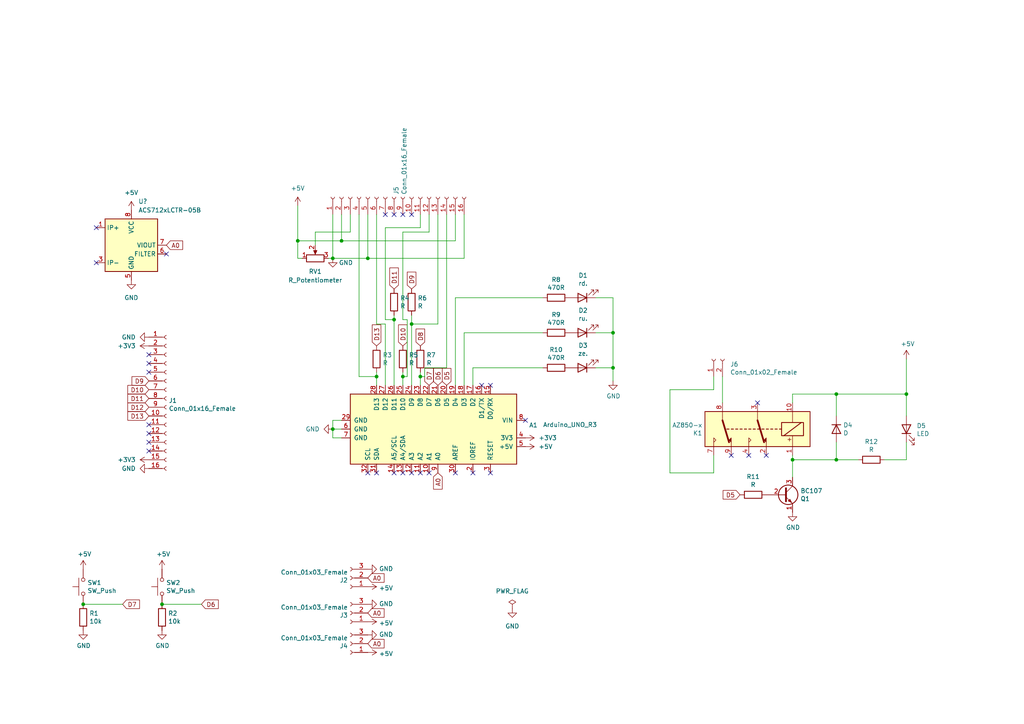
<source format=kicad_sch>
(kicad_sch (version 20211123) (generator eeschema)

  (uuid f8230cf4-59d6-4457-99c6-bbd6dfbe9041)

  (paper "A4")

  (title_block
    (title "TIV ploščica")
    (date "14.2.2022")
    (rev "1")
    (company "Vegova Ljubljana")
    (comment 1 "Simon Lipovšek E4.A")
  )

  (lib_symbols
    (symbol "Connector:Conn_01x02_Female" (pin_names (offset 1.016) hide) (in_bom yes) (on_board yes)
      (property "Reference" "J" (id 0) (at 0 2.54 0)
        (effects (font (size 1.27 1.27)))
      )
      (property "Value" "Conn_01x02_Female" (id 1) (at 0 -5.08 0)
        (effects (font (size 1.27 1.27)))
      )
      (property "Footprint" "" (id 2) (at 0 0 0)
        (effects (font (size 1.27 1.27)) hide)
      )
      (property "Datasheet" "~" (id 3) (at 0 0 0)
        (effects (font (size 1.27 1.27)) hide)
      )
      (property "ki_keywords" "connector" (id 4) (at 0 0 0)
        (effects (font (size 1.27 1.27)) hide)
      )
      (property "ki_description" "Generic connector, single row, 01x02, script generated (kicad-library-utils/schlib/autogen/connector/)" (id 5) (at 0 0 0)
        (effects (font (size 1.27 1.27)) hide)
      )
      (property "ki_fp_filters" "Connector*:*_1x??_*" (id 6) (at 0 0 0)
        (effects (font (size 1.27 1.27)) hide)
      )
      (symbol "Conn_01x02_Female_1_1"
        (arc (start 0 -2.032) (mid -0.508 -2.54) (end 0 -3.048)
          (stroke (width 0.1524) (type default) (color 0 0 0 0))
          (fill (type none))
        )
        (polyline
          (pts
            (xy -1.27 -2.54)
            (xy -0.508 -2.54)
          )
          (stroke (width 0.1524) (type default) (color 0 0 0 0))
          (fill (type none))
        )
        (polyline
          (pts
            (xy -1.27 0)
            (xy -0.508 0)
          )
          (stroke (width 0.1524) (type default) (color 0 0 0 0))
          (fill (type none))
        )
        (arc (start 0 0.508) (mid -0.508 0) (end 0 -0.508)
          (stroke (width 0.1524) (type default) (color 0 0 0 0))
          (fill (type none))
        )
        (pin passive line (at -5.08 0 0) (length 3.81)
          (name "Pin_1" (effects (font (size 1.27 1.27))))
          (number "1" (effects (font (size 1.27 1.27))))
        )
        (pin passive line (at -5.08 -2.54 0) (length 3.81)
          (name "Pin_2" (effects (font (size 1.27 1.27))))
          (number "2" (effects (font (size 1.27 1.27))))
        )
      )
    )
    (symbol "Connector:Conn_01x03_Female" (pin_names (offset 1.016) hide) (in_bom yes) (on_board yes)
      (property "Reference" "J" (id 0) (at 0 5.08 0)
        (effects (font (size 1.27 1.27)))
      )
      (property "Value" "Conn_01x03_Female" (id 1) (at 0 -5.08 0)
        (effects (font (size 1.27 1.27)))
      )
      (property "Footprint" "" (id 2) (at 0 0 0)
        (effects (font (size 1.27 1.27)) hide)
      )
      (property "Datasheet" "~" (id 3) (at 0 0 0)
        (effects (font (size 1.27 1.27)) hide)
      )
      (property "ki_keywords" "connector" (id 4) (at 0 0 0)
        (effects (font (size 1.27 1.27)) hide)
      )
      (property "ki_description" "Generic connector, single row, 01x03, script generated (kicad-library-utils/schlib/autogen/connector/)" (id 5) (at 0 0 0)
        (effects (font (size 1.27 1.27)) hide)
      )
      (property "ki_fp_filters" "Connector*:*_1x??_*" (id 6) (at 0 0 0)
        (effects (font (size 1.27 1.27)) hide)
      )
      (symbol "Conn_01x03_Female_1_1"
        (arc (start 0 -2.032) (mid -0.508 -2.54) (end 0 -3.048)
          (stroke (width 0.1524) (type default) (color 0 0 0 0))
          (fill (type none))
        )
        (polyline
          (pts
            (xy -1.27 -2.54)
            (xy -0.508 -2.54)
          )
          (stroke (width 0.1524) (type default) (color 0 0 0 0))
          (fill (type none))
        )
        (polyline
          (pts
            (xy -1.27 0)
            (xy -0.508 0)
          )
          (stroke (width 0.1524) (type default) (color 0 0 0 0))
          (fill (type none))
        )
        (polyline
          (pts
            (xy -1.27 2.54)
            (xy -0.508 2.54)
          )
          (stroke (width 0.1524) (type default) (color 0 0 0 0))
          (fill (type none))
        )
        (arc (start 0 0.508) (mid -0.508 0) (end 0 -0.508)
          (stroke (width 0.1524) (type default) (color 0 0 0 0))
          (fill (type none))
        )
        (arc (start 0 3.048) (mid -0.508 2.54) (end 0 2.032)
          (stroke (width 0.1524) (type default) (color 0 0 0 0))
          (fill (type none))
        )
        (pin passive line (at -5.08 2.54 0) (length 3.81)
          (name "Pin_1" (effects (font (size 1.27 1.27))))
          (number "1" (effects (font (size 1.27 1.27))))
        )
        (pin passive line (at -5.08 0 0) (length 3.81)
          (name "Pin_2" (effects (font (size 1.27 1.27))))
          (number "2" (effects (font (size 1.27 1.27))))
        )
        (pin passive line (at -5.08 -2.54 0) (length 3.81)
          (name "Pin_3" (effects (font (size 1.27 1.27))))
          (number "3" (effects (font (size 1.27 1.27))))
        )
      )
    )
    (symbol "Connector:Conn_01x16_Female" (pin_names (offset 1.016) hide) (in_bom yes) (on_board yes)
      (property "Reference" "J" (id 0) (at 0 20.32 0)
        (effects (font (size 1.27 1.27)))
      )
      (property "Value" "Conn_01x16_Female" (id 1) (at 0 -22.86 0)
        (effects (font (size 1.27 1.27)))
      )
      (property "Footprint" "" (id 2) (at 0 0 0)
        (effects (font (size 1.27 1.27)) hide)
      )
      (property "Datasheet" "~" (id 3) (at 0 0 0)
        (effects (font (size 1.27 1.27)) hide)
      )
      (property "ki_keywords" "connector" (id 4) (at 0 0 0)
        (effects (font (size 1.27 1.27)) hide)
      )
      (property "ki_description" "Generic connector, single row, 01x16, script generated (kicad-library-utils/schlib/autogen/connector/)" (id 5) (at 0 0 0)
        (effects (font (size 1.27 1.27)) hide)
      )
      (property "ki_fp_filters" "Connector*:*_1x??_*" (id 6) (at 0 0 0)
        (effects (font (size 1.27 1.27)) hide)
      )
      (symbol "Conn_01x16_Female_1_1"
        (arc (start 0 -19.812) (mid -0.508 -20.32) (end 0 -20.828)
          (stroke (width 0.1524) (type default) (color 0 0 0 0))
          (fill (type none))
        )
        (arc (start 0 -17.272) (mid -0.508 -17.78) (end 0 -18.288)
          (stroke (width 0.1524) (type default) (color 0 0 0 0))
          (fill (type none))
        )
        (arc (start 0 -14.732) (mid -0.508 -15.24) (end 0 -15.748)
          (stroke (width 0.1524) (type default) (color 0 0 0 0))
          (fill (type none))
        )
        (arc (start 0 -12.192) (mid -0.508 -12.7) (end 0 -13.208)
          (stroke (width 0.1524) (type default) (color 0 0 0 0))
          (fill (type none))
        )
        (arc (start 0 -9.652) (mid -0.508 -10.16) (end 0 -10.668)
          (stroke (width 0.1524) (type default) (color 0 0 0 0))
          (fill (type none))
        )
        (arc (start 0 -7.112) (mid -0.508 -7.62) (end 0 -8.128)
          (stroke (width 0.1524) (type default) (color 0 0 0 0))
          (fill (type none))
        )
        (arc (start 0 -4.572) (mid -0.508 -5.08) (end 0 -5.588)
          (stroke (width 0.1524) (type default) (color 0 0 0 0))
          (fill (type none))
        )
        (arc (start 0 -2.032) (mid -0.508 -2.54) (end 0 -3.048)
          (stroke (width 0.1524) (type default) (color 0 0 0 0))
          (fill (type none))
        )
        (polyline
          (pts
            (xy -1.27 -20.32)
            (xy -0.508 -20.32)
          )
          (stroke (width 0.1524) (type default) (color 0 0 0 0))
          (fill (type none))
        )
        (polyline
          (pts
            (xy -1.27 -17.78)
            (xy -0.508 -17.78)
          )
          (stroke (width 0.1524) (type default) (color 0 0 0 0))
          (fill (type none))
        )
        (polyline
          (pts
            (xy -1.27 -15.24)
            (xy -0.508 -15.24)
          )
          (stroke (width 0.1524) (type default) (color 0 0 0 0))
          (fill (type none))
        )
        (polyline
          (pts
            (xy -1.27 -12.7)
            (xy -0.508 -12.7)
          )
          (stroke (width 0.1524) (type default) (color 0 0 0 0))
          (fill (type none))
        )
        (polyline
          (pts
            (xy -1.27 -10.16)
            (xy -0.508 -10.16)
          )
          (stroke (width 0.1524) (type default) (color 0 0 0 0))
          (fill (type none))
        )
        (polyline
          (pts
            (xy -1.27 -7.62)
            (xy -0.508 -7.62)
          )
          (stroke (width 0.1524) (type default) (color 0 0 0 0))
          (fill (type none))
        )
        (polyline
          (pts
            (xy -1.27 -5.08)
            (xy -0.508 -5.08)
          )
          (stroke (width 0.1524) (type default) (color 0 0 0 0))
          (fill (type none))
        )
        (polyline
          (pts
            (xy -1.27 -2.54)
            (xy -0.508 -2.54)
          )
          (stroke (width 0.1524) (type default) (color 0 0 0 0))
          (fill (type none))
        )
        (polyline
          (pts
            (xy -1.27 0)
            (xy -0.508 0)
          )
          (stroke (width 0.1524) (type default) (color 0 0 0 0))
          (fill (type none))
        )
        (polyline
          (pts
            (xy -1.27 2.54)
            (xy -0.508 2.54)
          )
          (stroke (width 0.1524) (type default) (color 0 0 0 0))
          (fill (type none))
        )
        (polyline
          (pts
            (xy -1.27 5.08)
            (xy -0.508 5.08)
          )
          (stroke (width 0.1524) (type default) (color 0 0 0 0))
          (fill (type none))
        )
        (polyline
          (pts
            (xy -1.27 7.62)
            (xy -0.508 7.62)
          )
          (stroke (width 0.1524) (type default) (color 0 0 0 0))
          (fill (type none))
        )
        (polyline
          (pts
            (xy -1.27 10.16)
            (xy -0.508 10.16)
          )
          (stroke (width 0.1524) (type default) (color 0 0 0 0))
          (fill (type none))
        )
        (polyline
          (pts
            (xy -1.27 12.7)
            (xy -0.508 12.7)
          )
          (stroke (width 0.1524) (type default) (color 0 0 0 0))
          (fill (type none))
        )
        (polyline
          (pts
            (xy -1.27 15.24)
            (xy -0.508 15.24)
          )
          (stroke (width 0.1524) (type default) (color 0 0 0 0))
          (fill (type none))
        )
        (polyline
          (pts
            (xy -1.27 17.78)
            (xy -0.508 17.78)
          )
          (stroke (width 0.1524) (type default) (color 0 0 0 0))
          (fill (type none))
        )
        (arc (start 0 0.508) (mid -0.508 0) (end 0 -0.508)
          (stroke (width 0.1524) (type default) (color 0 0 0 0))
          (fill (type none))
        )
        (arc (start 0 3.048) (mid -0.508 2.54) (end 0 2.032)
          (stroke (width 0.1524) (type default) (color 0 0 0 0))
          (fill (type none))
        )
        (arc (start 0 5.588) (mid -0.508 5.08) (end 0 4.572)
          (stroke (width 0.1524) (type default) (color 0 0 0 0))
          (fill (type none))
        )
        (arc (start 0 8.128) (mid -0.508 7.62) (end 0 7.112)
          (stroke (width 0.1524) (type default) (color 0 0 0 0))
          (fill (type none))
        )
        (arc (start 0 10.668) (mid -0.508 10.16) (end 0 9.652)
          (stroke (width 0.1524) (type default) (color 0 0 0 0))
          (fill (type none))
        )
        (arc (start 0 13.208) (mid -0.508 12.7) (end 0 12.192)
          (stroke (width 0.1524) (type default) (color 0 0 0 0))
          (fill (type none))
        )
        (arc (start 0 15.748) (mid -0.508 15.24) (end 0 14.732)
          (stroke (width 0.1524) (type default) (color 0 0 0 0))
          (fill (type none))
        )
        (arc (start 0 18.288) (mid -0.508 17.78) (end 0 17.272)
          (stroke (width 0.1524) (type default) (color 0 0 0 0))
          (fill (type none))
        )
        (pin passive line (at -5.08 17.78 0) (length 3.81)
          (name "Pin_1" (effects (font (size 1.27 1.27))))
          (number "1" (effects (font (size 1.27 1.27))))
        )
        (pin passive line (at -5.08 -5.08 0) (length 3.81)
          (name "Pin_10" (effects (font (size 1.27 1.27))))
          (number "10" (effects (font (size 1.27 1.27))))
        )
        (pin passive line (at -5.08 -7.62 0) (length 3.81)
          (name "Pin_11" (effects (font (size 1.27 1.27))))
          (number "11" (effects (font (size 1.27 1.27))))
        )
        (pin passive line (at -5.08 -10.16 0) (length 3.81)
          (name "Pin_12" (effects (font (size 1.27 1.27))))
          (number "12" (effects (font (size 1.27 1.27))))
        )
        (pin passive line (at -5.08 -12.7 0) (length 3.81)
          (name "Pin_13" (effects (font (size 1.27 1.27))))
          (number "13" (effects (font (size 1.27 1.27))))
        )
        (pin passive line (at -5.08 -15.24 0) (length 3.81)
          (name "Pin_14" (effects (font (size 1.27 1.27))))
          (number "14" (effects (font (size 1.27 1.27))))
        )
        (pin passive line (at -5.08 -17.78 0) (length 3.81)
          (name "Pin_15" (effects (font (size 1.27 1.27))))
          (number "15" (effects (font (size 1.27 1.27))))
        )
        (pin passive line (at -5.08 -20.32 0) (length 3.81)
          (name "Pin_16" (effects (font (size 1.27 1.27))))
          (number "16" (effects (font (size 1.27 1.27))))
        )
        (pin passive line (at -5.08 15.24 0) (length 3.81)
          (name "Pin_2" (effects (font (size 1.27 1.27))))
          (number "2" (effects (font (size 1.27 1.27))))
        )
        (pin passive line (at -5.08 12.7 0) (length 3.81)
          (name "Pin_3" (effects (font (size 1.27 1.27))))
          (number "3" (effects (font (size 1.27 1.27))))
        )
        (pin passive line (at -5.08 10.16 0) (length 3.81)
          (name "Pin_4" (effects (font (size 1.27 1.27))))
          (number "4" (effects (font (size 1.27 1.27))))
        )
        (pin passive line (at -5.08 7.62 0) (length 3.81)
          (name "Pin_5" (effects (font (size 1.27 1.27))))
          (number "5" (effects (font (size 1.27 1.27))))
        )
        (pin passive line (at -5.08 5.08 0) (length 3.81)
          (name "Pin_6" (effects (font (size 1.27 1.27))))
          (number "6" (effects (font (size 1.27 1.27))))
        )
        (pin passive line (at -5.08 2.54 0) (length 3.81)
          (name "Pin_7" (effects (font (size 1.27 1.27))))
          (number "7" (effects (font (size 1.27 1.27))))
        )
        (pin passive line (at -5.08 0 0) (length 3.81)
          (name "Pin_8" (effects (font (size 1.27 1.27))))
          (number "8" (effects (font (size 1.27 1.27))))
        )
        (pin passive line (at -5.08 -2.54 0) (length 3.81)
          (name "Pin_9" (effects (font (size 1.27 1.27))))
          (number "9" (effects (font (size 1.27 1.27))))
        )
      )
    )
    (symbol "Device:D" (pin_numbers hide) (pin_names (offset 1.016) hide) (in_bom yes) (on_board yes)
      (property "Reference" "D" (id 0) (at 0 2.54 0)
        (effects (font (size 1.27 1.27)))
      )
      (property "Value" "D" (id 1) (at 0 -2.54 0)
        (effects (font (size 1.27 1.27)))
      )
      (property "Footprint" "" (id 2) (at 0 0 0)
        (effects (font (size 1.27 1.27)) hide)
      )
      (property "Datasheet" "~" (id 3) (at 0 0 0)
        (effects (font (size 1.27 1.27)) hide)
      )
      (property "ki_keywords" "diode" (id 4) (at 0 0 0)
        (effects (font (size 1.27 1.27)) hide)
      )
      (property "ki_description" "Diode" (id 5) (at 0 0 0)
        (effects (font (size 1.27 1.27)) hide)
      )
      (property "ki_fp_filters" "TO-???* *_Diode_* *SingleDiode* D_*" (id 6) (at 0 0 0)
        (effects (font (size 1.27 1.27)) hide)
      )
      (symbol "D_0_1"
        (polyline
          (pts
            (xy -1.27 1.27)
            (xy -1.27 -1.27)
          )
          (stroke (width 0.254) (type default) (color 0 0 0 0))
          (fill (type none))
        )
        (polyline
          (pts
            (xy 1.27 0)
            (xy -1.27 0)
          )
          (stroke (width 0) (type default) (color 0 0 0 0))
          (fill (type none))
        )
        (polyline
          (pts
            (xy 1.27 1.27)
            (xy 1.27 -1.27)
            (xy -1.27 0)
            (xy 1.27 1.27)
          )
          (stroke (width 0.254) (type default) (color 0 0 0 0))
          (fill (type none))
        )
      )
      (symbol "D_1_1"
        (pin passive line (at -3.81 0 0) (length 2.54)
          (name "K" (effects (font (size 1.27 1.27))))
          (number "1" (effects (font (size 1.27 1.27))))
        )
        (pin passive line (at 3.81 0 180) (length 2.54)
          (name "A" (effects (font (size 1.27 1.27))))
          (number "2" (effects (font (size 1.27 1.27))))
        )
      )
    )
    (symbol "Device:LED" (pin_numbers hide) (pin_names (offset 1.016) hide) (in_bom yes) (on_board yes)
      (property "Reference" "D" (id 0) (at 0 2.54 0)
        (effects (font (size 1.27 1.27)))
      )
      (property "Value" "LED" (id 1) (at 0 -2.54 0)
        (effects (font (size 1.27 1.27)))
      )
      (property "Footprint" "" (id 2) (at 0 0 0)
        (effects (font (size 1.27 1.27)) hide)
      )
      (property "Datasheet" "~" (id 3) (at 0 0 0)
        (effects (font (size 1.27 1.27)) hide)
      )
      (property "ki_keywords" "LED diode" (id 4) (at 0 0 0)
        (effects (font (size 1.27 1.27)) hide)
      )
      (property "ki_description" "Light emitting diode" (id 5) (at 0 0 0)
        (effects (font (size 1.27 1.27)) hide)
      )
      (property "ki_fp_filters" "LED* LED_SMD:* LED_THT:*" (id 6) (at 0 0 0)
        (effects (font (size 1.27 1.27)) hide)
      )
      (symbol "LED_0_1"
        (polyline
          (pts
            (xy -1.27 -1.27)
            (xy -1.27 1.27)
          )
          (stroke (width 0.254) (type default) (color 0 0 0 0))
          (fill (type none))
        )
        (polyline
          (pts
            (xy -1.27 0)
            (xy 1.27 0)
          )
          (stroke (width 0) (type default) (color 0 0 0 0))
          (fill (type none))
        )
        (polyline
          (pts
            (xy 1.27 -1.27)
            (xy 1.27 1.27)
            (xy -1.27 0)
            (xy 1.27 -1.27)
          )
          (stroke (width 0.254) (type default) (color 0 0 0 0))
          (fill (type none))
        )
        (polyline
          (pts
            (xy -3.048 -0.762)
            (xy -4.572 -2.286)
            (xy -3.81 -2.286)
            (xy -4.572 -2.286)
            (xy -4.572 -1.524)
          )
          (stroke (width 0) (type default) (color 0 0 0 0))
          (fill (type none))
        )
        (polyline
          (pts
            (xy -1.778 -0.762)
            (xy -3.302 -2.286)
            (xy -2.54 -2.286)
            (xy -3.302 -2.286)
            (xy -3.302 -1.524)
          )
          (stroke (width 0) (type default) (color 0 0 0 0))
          (fill (type none))
        )
      )
      (symbol "LED_1_1"
        (pin passive line (at -3.81 0 0) (length 2.54)
          (name "K" (effects (font (size 1.27 1.27))))
          (number "1" (effects (font (size 1.27 1.27))))
        )
        (pin passive line (at 3.81 0 180) (length 2.54)
          (name "A" (effects (font (size 1.27 1.27))))
          (number "2" (effects (font (size 1.27 1.27))))
        )
      )
    )
    (symbol "Device:R" (pin_numbers hide) (pin_names (offset 0)) (in_bom yes) (on_board yes)
      (property "Reference" "R" (id 0) (at 2.032 0 90)
        (effects (font (size 1.27 1.27)))
      )
      (property "Value" "R" (id 1) (at 0 0 90)
        (effects (font (size 1.27 1.27)))
      )
      (property "Footprint" "" (id 2) (at -1.778 0 90)
        (effects (font (size 1.27 1.27)) hide)
      )
      (property "Datasheet" "~" (id 3) (at 0 0 0)
        (effects (font (size 1.27 1.27)) hide)
      )
      (property "ki_keywords" "R res resistor" (id 4) (at 0 0 0)
        (effects (font (size 1.27 1.27)) hide)
      )
      (property "ki_description" "Resistor" (id 5) (at 0 0 0)
        (effects (font (size 1.27 1.27)) hide)
      )
      (property "ki_fp_filters" "R_*" (id 6) (at 0 0 0)
        (effects (font (size 1.27 1.27)) hide)
      )
      (symbol "R_0_1"
        (rectangle (start -1.016 -2.54) (end 1.016 2.54)
          (stroke (width 0.254) (type default) (color 0 0 0 0))
          (fill (type none))
        )
      )
      (symbol "R_1_1"
        (pin passive line (at 0 3.81 270) (length 1.27)
          (name "~" (effects (font (size 1.27 1.27))))
          (number "1" (effects (font (size 1.27 1.27))))
        )
        (pin passive line (at 0 -3.81 90) (length 1.27)
          (name "~" (effects (font (size 1.27 1.27))))
          (number "2" (effects (font (size 1.27 1.27))))
        )
      )
    )
    (symbol "Device:R_Potentiometer" (pin_names (offset 1.016) hide) (in_bom yes) (on_board yes)
      (property "Reference" "RV" (id 0) (at -4.445 0 90)
        (effects (font (size 1.27 1.27)))
      )
      (property "Value" "R_Potentiometer" (id 1) (at -2.54 0 90)
        (effects (font (size 1.27 1.27)))
      )
      (property "Footprint" "" (id 2) (at 0 0 0)
        (effects (font (size 1.27 1.27)) hide)
      )
      (property "Datasheet" "~" (id 3) (at 0 0 0)
        (effects (font (size 1.27 1.27)) hide)
      )
      (property "ki_keywords" "resistor variable" (id 4) (at 0 0 0)
        (effects (font (size 1.27 1.27)) hide)
      )
      (property "ki_description" "Potentiometer" (id 5) (at 0 0 0)
        (effects (font (size 1.27 1.27)) hide)
      )
      (property "ki_fp_filters" "Potentiometer*" (id 6) (at 0 0 0)
        (effects (font (size 1.27 1.27)) hide)
      )
      (symbol "R_Potentiometer_0_1"
        (polyline
          (pts
            (xy 2.54 0)
            (xy 1.524 0)
          )
          (stroke (width 0) (type default) (color 0 0 0 0))
          (fill (type none))
        )
        (polyline
          (pts
            (xy 1.143 0)
            (xy 2.286 0.508)
            (xy 2.286 -0.508)
            (xy 1.143 0)
          )
          (stroke (width 0) (type default) (color 0 0 0 0))
          (fill (type outline))
        )
        (rectangle (start 1.016 2.54) (end -1.016 -2.54)
          (stroke (width 0.254) (type default) (color 0 0 0 0))
          (fill (type none))
        )
      )
      (symbol "R_Potentiometer_1_1"
        (pin passive line (at 0 3.81 270) (length 1.27)
          (name "1" (effects (font (size 1.27 1.27))))
          (number "1" (effects (font (size 1.27 1.27))))
        )
        (pin passive line (at 3.81 0 180) (length 1.27)
          (name "2" (effects (font (size 1.27 1.27))))
          (number "2" (effects (font (size 1.27 1.27))))
        )
        (pin passive line (at 0 -3.81 90) (length 1.27)
          (name "3" (effects (font (size 1.27 1.27))))
          (number "3" (effects (font (size 1.27 1.27))))
        )
      )
    )
    (symbol "NAPp_projekt_1-rescue:Arduino_UNO_R3-MCU_Module" (pin_names (offset 1.016)) (in_bom yes) (on_board yes)
      (property "Reference" "A" (id 0) (at -5.08 26.67 0)
        (effects (font (size 1.27 1.27)) (justify right))
      )
      (property "Value" "Arduino_UNO_R3-MCU_Module" (id 1) (at -5.08 24.13 0)
        (effects (font (size 1.27 1.27)) (justify right))
      )
      (property "Footprint" "Module:Arduino_UNO_R3" (id 2) (at 3.81 -26.67 0)
        (effects (font (size 1.27 1.27)) (justify left) hide)
      )
      (property "Datasheet" "" (id 3) (at -5.08 26.67 0)
        (effects (font (size 1.27 1.27)) hide)
      )
      (property "ki_fp_filters" "Arduino*UNO*R3*" (id 4) (at 0 0 0)
        (effects (font (size 1.27 1.27)) hide)
      )
      (symbol "Arduino_UNO_R3-MCU_Module_0_1"
        (rectangle (start -10.16 22.86) (end 10.16 -25.4)
          (stroke (width 0.254) (type default) (color 0 0 0 0))
          (fill (type background))
        )
      )
      (symbol "Arduino_UNO_R3-MCU_Module_1_1"
        (pin no_connect line (at -12.7 -20.32 0) (length 2.54) hide
          (name "NC" (effects (font (size 1.27 1.27))))
          (number "1" (effects (font (size 1.27 1.27))))
        )
        (pin bidirectional line (at 12.7 -2.54 180) (length 2.54)
          (name "A1" (effects (font (size 1.27 1.27))))
          (number "10" (effects (font (size 1.27 1.27))))
        )
        (pin bidirectional line (at 12.7 -5.08 180) (length 2.54)
          (name "A2" (effects (font (size 1.27 1.27))))
          (number "11" (effects (font (size 1.27 1.27))))
        )
        (pin bidirectional line (at 12.7 -7.62 180) (length 2.54)
          (name "A3" (effects (font (size 1.27 1.27))))
          (number "12" (effects (font (size 1.27 1.27))))
        )
        (pin bidirectional line (at 12.7 -10.16 180) (length 2.54)
          (name "A4/SDA" (effects (font (size 1.27 1.27))))
          (number "13" (effects (font (size 1.27 1.27))))
        )
        (pin bidirectional line (at 12.7 -12.7 180) (length 2.54)
          (name "A5/SCL" (effects (font (size 1.27 1.27))))
          (number "14" (effects (font (size 1.27 1.27))))
        )
        (pin bidirectional line (at -12.7 15.24 0) (length 2.54)
          (name "D0/RX" (effects (font (size 1.27 1.27))))
          (number "15" (effects (font (size 1.27 1.27))))
        )
        (pin bidirectional line (at -12.7 12.7 0) (length 2.54)
          (name "D1/TX" (effects (font (size 1.27 1.27))))
          (number "16" (effects (font (size 1.27 1.27))))
        )
        (pin bidirectional line (at -12.7 10.16 0) (length 2.54)
          (name "D2" (effects (font (size 1.27 1.27))))
          (number "17" (effects (font (size 1.27 1.27))))
        )
        (pin bidirectional line (at -12.7 7.62 0) (length 2.54)
          (name "D3" (effects (font (size 1.27 1.27))))
          (number "18" (effects (font (size 1.27 1.27))))
        )
        (pin bidirectional line (at -12.7 5.08 0) (length 2.54)
          (name "D4" (effects (font (size 1.27 1.27))))
          (number "19" (effects (font (size 1.27 1.27))))
        )
        (pin output line (at 12.7 10.16 180) (length 2.54)
          (name "IOREF" (effects (font (size 1.27 1.27))))
          (number "2" (effects (font (size 1.27 1.27))))
        )
        (pin bidirectional line (at -12.7 2.54 0) (length 2.54)
          (name "D5" (effects (font (size 1.27 1.27))))
          (number "20" (effects (font (size 1.27 1.27))))
        )
        (pin bidirectional line (at -12.7 0 0) (length 2.54)
          (name "D6" (effects (font (size 1.27 1.27))))
          (number "21" (effects (font (size 1.27 1.27))))
        )
        (pin bidirectional line (at -12.7 -2.54 0) (length 2.54)
          (name "D7" (effects (font (size 1.27 1.27))))
          (number "22" (effects (font (size 1.27 1.27))))
        )
        (pin bidirectional line (at -12.7 -5.08 0) (length 2.54)
          (name "D8" (effects (font (size 1.27 1.27))))
          (number "23" (effects (font (size 1.27 1.27))))
        )
        (pin bidirectional line (at -12.7 -7.62 0) (length 2.54)
          (name "D9" (effects (font (size 1.27 1.27))))
          (number "24" (effects (font (size 1.27 1.27))))
        )
        (pin bidirectional line (at -12.7 -10.16 0) (length 2.54)
          (name "D10" (effects (font (size 1.27 1.27))))
          (number "25" (effects (font (size 1.27 1.27))))
        )
        (pin bidirectional line (at -12.7 -12.7 0) (length 2.54)
          (name "D11" (effects (font (size 1.27 1.27))))
          (number "26" (effects (font (size 1.27 1.27))))
        )
        (pin bidirectional line (at -12.7 -15.24 0) (length 2.54)
          (name "D12" (effects (font (size 1.27 1.27))))
          (number "27" (effects (font (size 1.27 1.27))))
        )
        (pin bidirectional line (at -12.7 -17.78 0) (length 2.54)
          (name "D13" (effects (font (size 1.27 1.27))))
          (number "28" (effects (font (size 1.27 1.27))))
        )
        (pin power_in line (at -2.54 -27.94 90) (length 2.54)
          (name "GND" (effects (font (size 1.27 1.27))))
          (number "29" (effects (font (size 1.27 1.27))))
        )
        (pin input line (at 12.7 15.24 180) (length 2.54)
          (name "RESET" (effects (font (size 1.27 1.27))))
          (number "3" (effects (font (size 1.27 1.27))))
        )
        (pin input line (at 12.7 5.08 180) (length 2.54)
          (name "AREF" (effects (font (size 1.27 1.27))))
          (number "30" (effects (font (size 1.27 1.27))))
        )
        (pin bidirectional line (at 12.7 -17.78 180) (length 2.54)
          (name "SDA" (effects (font (size 1.27 1.27))))
          (number "31" (effects (font (size 1.27 1.27))))
        )
        (pin bidirectional line (at 12.7 -20.32 180) (length 2.54)
          (name "SCL" (effects (font (size 1.27 1.27))))
          (number "32" (effects (font (size 1.27 1.27))))
        )
        (pin power_out line (at 2.54 25.4 270) (length 2.54)
          (name "3V3" (effects (font (size 1.27 1.27))))
          (number "4" (effects (font (size 1.27 1.27))))
        )
        (pin power_out line (at 5.08 25.4 270) (length 2.54)
          (name "+5V" (effects (font (size 1.27 1.27))))
          (number "5" (effects (font (size 1.27 1.27))))
        )
        (pin power_in line (at 0 -27.94 90) (length 2.54)
          (name "GND" (effects (font (size 1.27 1.27))))
          (number "6" (effects (font (size 1.27 1.27))))
        )
        (pin power_in line (at 2.54 -27.94 90) (length 2.54)
          (name "GND" (effects (font (size 1.27 1.27))))
          (number "7" (effects (font (size 1.27 1.27))))
        )
        (pin power_in line (at -2.54 25.4 270) (length 2.54)
          (name "VIN" (effects (font (size 1.27 1.27))))
          (number "8" (effects (font (size 1.27 1.27))))
        )
        (pin bidirectional line (at 12.7 0 180) (length 2.54)
          (name "A0" (effects (font (size 1.27 1.27))))
          (number "9" (effects (font (size 1.27 1.27))))
        )
      )
    )
    (symbol "Relay:AZ850-x" (in_bom yes) (on_board yes)
      (property "Reference" "K" (id 0) (at 16.51 3.81 0)
        (effects (font (size 1.27 1.27)) (justify left))
      )
      (property "Value" "AZ850-x" (id 1) (at 16.51 1.27 0)
        (effects (font (size 1.27 1.27)) (justify left))
      )
      (property "Footprint" "Relay_THT:Relay_DPDT_FRT5" (id 2) (at 13.97 1.27 0)
        (effects (font (size 1.27 1.27)) hide)
      )
      (property "Datasheet" "http://www.azettler.com/pdfs/az850.pdf" (id 3) (at 0 0 0)
        (effects (font (size 1.27 1.27)) hide)
      )
      (property "ki_keywords" "Miniature Polarised Relay Dual Pole" (id 4) (at 0 0 0)
        (effects (font (size 1.27 1.27)) hide)
      )
      (property "ki_description" "American Zettler, Microminiature Polarised Dual Pole Relay" (id 5) (at 0 0 0)
        (effects (font (size 1.27 1.27)) hide)
      )
      (property "ki_fp_filters" "Relay*DPDT*FRT5*" (id 6) (at 0 0 0)
        (effects (font (size 1.27 1.27)) hide)
      )
      (symbol "AZ850-x_0_0"
        (text "+" (at -9.271 2.921 0)
          (effects (font (size 1.27 1.27)))
        )
      )
      (symbol "AZ850-x_0_1"
        (rectangle (start -15.24 5.08) (end 15.24 -5.08)
          (stroke (width 0.254) (type default) (color 0 0 0 0))
          (fill (type background))
        )
        (rectangle (start -13.335 1.905) (end -6.985 -1.905)
          (stroke (width 0.254) (type default) (color 0 0 0 0))
          (fill (type none))
        )
        (polyline
          (pts
            (xy -12.7 -1.905)
            (xy -7.62 1.905)
          )
          (stroke (width 0.254) (type default) (color 0 0 0 0))
          (fill (type none))
        )
        (polyline
          (pts
            (xy -10.16 -5.08)
            (xy -10.16 -1.905)
          )
          (stroke (width 0) (type default) (color 0 0 0 0))
          (fill (type none))
        )
        (polyline
          (pts
            (xy -10.16 5.08)
            (xy -10.16 1.905)
          )
          (stroke (width 0) (type default) (color 0 0 0 0))
          (fill (type none))
        )
        (polyline
          (pts
            (xy -6.985 0)
            (xy -6.35 0)
          )
          (stroke (width 0.254) (type default) (color 0 0 0 0))
          (fill (type none))
        )
        (polyline
          (pts
            (xy -5.715 0)
            (xy -5.08 0)
          )
          (stroke (width 0.254) (type default) (color 0 0 0 0))
          (fill (type none))
        )
        (polyline
          (pts
            (xy -4.445 0)
            (xy -3.81 0)
          )
          (stroke (width 0.254) (type default) (color 0 0 0 0))
          (fill (type none))
        )
        (polyline
          (pts
            (xy -3.175 0)
            (xy -2.54 0)
          )
          (stroke (width 0.254) (type default) (color 0 0 0 0))
          (fill (type none))
        )
        (polyline
          (pts
            (xy -1.905 0)
            (xy -1.27 0)
          )
          (stroke (width 0.254) (type default) (color 0 0 0 0))
          (fill (type none))
        )
        (polyline
          (pts
            (xy -0.635 0)
            (xy 0 0)
          )
          (stroke (width 0.254) (type default) (color 0 0 0 0))
          (fill (type none))
        )
        (polyline
          (pts
            (xy 0 -2.54)
            (xy -1.905 3.81)
          )
          (stroke (width 0.508) (type default) (color 0 0 0 0))
          (fill (type none))
        )
        (polyline
          (pts
            (xy 0 -2.54)
            (xy 0 -5.08)
          )
          (stroke (width 0) (type default) (color 0 0 0 0))
          (fill (type none))
        )
        (polyline
          (pts
            (xy 0.635 0)
            (xy 1.27 0)
          )
          (stroke (width 0.254) (type default) (color 0 0 0 0))
          (fill (type none))
        )
        (polyline
          (pts
            (xy 1.905 0)
            (xy 2.54 0)
          )
          (stroke (width 0.254) (type default) (color 0 0 0 0))
          (fill (type none))
        )
        (polyline
          (pts
            (xy 3.175 0)
            (xy 3.81 0)
          )
          (stroke (width 0.254) (type default) (color 0 0 0 0))
          (fill (type none))
        )
        (polyline
          (pts
            (xy 4.445 0)
            (xy 5.08 0)
          )
          (stroke (width 0.254) (type default) (color 0 0 0 0))
          (fill (type none))
        )
        (polyline
          (pts
            (xy 5.715 0)
            (xy 6.35 0)
          )
          (stroke (width 0.254) (type default) (color 0 0 0 0))
          (fill (type none))
        )
        (polyline
          (pts
            (xy 6.985 0)
            (xy 7.62 0)
          )
          (stroke (width 0.254) (type default) (color 0 0 0 0))
          (fill (type none))
        )
        (polyline
          (pts
            (xy 8.255 0)
            (xy 8.89 0)
          )
          (stroke (width 0.254) (type default) (color 0 0 0 0))
          (fill (type none))
        )
        (polyline
          (pts
            (xy 10.16 -2.54)
            (xy 8.255 3.81)
          )
          (stroke (width 0.508) (type default) (color 0 0 0 0))
          (fill (type none))
        )
        (polyline
          (pts
            (xy 10.16 -2.54)
            (xy 10.16 -5.08)
          )
          (stroke (width 0) (type default) (color 0 0 0 0))
          (fill (type none))
        )
        (polyline
          (pts
            (xy -2.54 5.08)
            (xy -2.54 2.54)
            (xy -1.905 3.175)
            (xy -2.54 3.81)
          )
          (stroke (width 0) (type default) (color 0 0 0 0))
          (fill (type outline))
        )
        (polyline
          (pts
            (xy 2.54 5.08)
            (xy 2.54 2.54)
            (xy 1.905 3.175)
            (xy 2.54 3.81)
          )
          (stroke (width 0) (type default) (color 0 0 0 0))
          (fill (type none))
        )
        (polyline
          (pts
            (xy 7.62 5.08)
            (xy 7.62 2.54)
            (xy 8.255 3.175)
            (xy 7.62 3.81)
          )
          (stroke (width 0) (type default) (color 0 0 0 0))
          (fill (type outline))
        )
        (polyline
          (pts
            (xy 12.7 5.08)
            (xy 12.7 2.54)
            (xy 12.065 3.175)
            (xy 12.7 3.81)
          )
          (stroke (width 0) (type default) (color 0 0 0 0))
          (fill (type none))
        )
      )
      (symbol "AZ850-x_1_1"
        (pin passive line (at -10.16 7.62 270) (length 2.54)
          (name "~" (effects (font (size 1.27 1.27))))
          (number "1" (effects (font (size 1.27 1.27))))
        )
        (pin passive line (at -10.16 -7.62 90) (length 2.54)
          (name "~" (effects (font (size 1.27 1.27))))
          (number "10" (effects (font (size 1.27 1.27))))
        )
        (pin passive line (at -2.54 7.62 270) (length 2.54)
          (name "~" (effects (font (size 1.27 1.27))))
          (number "2" (effects (font (size 1.27 1.27))))
        )
        (pin passive line (at 0 -7.62 90) (length 2.54)
          (name "~" (effects (font (size 1.27 1.27))))
          (number "3" (effects (font (size 1.27 1.27))))
        )
        (pin passive line (at 2.54 7.62 270) (length 2.54)
          (name "~" (effects (font (size 1.27 1.27))))
          (number "4" (effects (font (size 1.27 1.27))))
        )
        (pin passive line (at 12.7 7.62 270) (length 2.54)
          (name "~" (effects (font (size 1.27 1.27))))
          (number "7" (effects (font (size 1.27 1.27))))
        )
        (pin passive line (at 10.16 -7.62 90) (length 2.54)
          (name "~" (effects (font (size 1.27 1.27))))
          (number "8" (effects (font (size 1.27 1.27))))
        )
        (pin passive line (at 7.62 7.62 270) (length 2.54)
          (name "~" (effects (font (size 1.27 1.27))))
          (number "9" (effects (font (size 1.27 1.27))))
        )
      )
    )
    (symbol "Sensor_Current:ACS712xLCTR-05B" (in_bom yes) (on_board yes)
      (property "Reference" "U" (id 0) (at 2.54 11.43 0)
        (effects (font (size 1.27 1.27)) (justify left))
      )
      (property "Value" "ACS712xLCTR-05B" (id 1) (at 2.54 8.89 0)
        (effects (font (size 1.27 1.27)) (justify left))
      )
      (property "Footprint" "Package_SO:SOIC-8_3.9x4.9mm_P1.27mm" (id 2) (at 2.54 -8.89 0)
        (effects (font (size 1.27 1.27) italic) (justify left) hide)
      )
      (property "Datasheet" "http://www.allegromicro.com/~/media/Files/Datasheets/ACS712-Datasheet.ashx?la=en" (id 3) (at 0 0 0)
        (effects (font (size 1.27 1.27)) hide)
      )
      (property "ki_keywords" "hall effect current monitor sensor isolated" (id 4) (at 0 0 0)
        (effects (font (size 1.27 1.27)) hide)
      )
      (property "ki_description" "±5A Bidirectional Hall-Effect Current Sensor, +5.0V supply, 185mV/A, SOIC-8" (id 5) (at 0 0 0)
        (effects (font (size 1.27 1.27)) hide)
      )
      (property "ki_fp_filters" "SOIC*3.9x4.9m*P1.27mm*" (id 6) (at 0 0 0)
        (effects (font (size 1.27 1.27)) hide)
      )
      (symbol "ACS712xLCTR-05B_0_1"
        (rectangle (start -7.62 7.62) (end 7.62 -7.62)
          (stroke (width 0.254) (type default) (color 0 0 0 0))
          (fill (type background))
        )
      )
      (symbol "ACS712xLCTR-05B_1_1"
        (pin passive line (at -10.16 5.08 0) (length 2.54)
          (name "IP+" (effects (font (size 1.27 1.27))))
          (number "1" (effects (font (size 1.27 1.27))))
        )
        (pin passive line (at -10.16 5.08 0) (length 2.54) hide
          (name "IP+" (effects (font (size 1.27 1.27))))
          (number "2" (effects (font (size 1.27 1.27))))
        )
        (pin passive line (at -10.16 -5.08 0) (length 2.54)
          (name "IP-" (effects (font (size 1.27 1.27))))
          (number "3" (effects (font (size 1.27 1.27))))
        )
        (pin passive line (at -10.16 -5.08 0) (length 2.54) hide
          (name "IP-" (effects (font (size 1.27 1.27))))
          (number "4" (effects (font (size 1.27 1.27))))
        )
        (pin power_in line (at 0 -10.16 90) (length 2.54)
          (name "GND" (effects (font (size 1.27 1.27))))
          (number "5" (effects (font (size 1.27 1.27))))
        )
        (pin passive line (at 10.16 -2.54 180) (length 2.54)
          (name "FILTER" (effects (font (size 1.27 1.27))))
          (number "6" (effects (font (size 1.27 1.27))))
        )
        (pin output line (at 10.16 0 180) (length 2.54)
          (name "VIOUT" (effects (font (size 1.27 1.27))))
          (number "7" (effects (font (size 1.27 1.27))))
        )
        (pin power_in line (at 0 10.16 270) (length 2.54)
          (name "VCC" (effects (font (size 1.27 1.27))))
          (number "8" (effects (font (size 1.27 1.27))))
        )
      )
    )
    (symbol "Switch:SW_Push" (pin_numbers hide) (pin_names (offset 1.016) hide) (in_bom yes) (on_board yes)
      (property "Reference" "SW" (id 0) (at 1.27 2.54 0)
        (effects (font (size 1.27 1.27)) (justify left))
      )
      (property "Value" "SW_Push" (id 1) (at 0 -1.524 0)
        (effects (font (size 1.27 1.27)))
      )
      (property "Footprint" "" (id 2) (at 0 5.08 0)
        (effects (font (size 1.27 1.27)) hide)
      )
      (property "Datasheet" "~" (id 3) (at 0 5.08 0)
        (effects (font (size 1.27 1.27)) hide)
      )
      (property "ki_keywords" "switch normally-open pushbutton push-button" (id 4) (at 0 0 0)
        (effects (font (size 1.27 1.27)) hide)
      )
      (property "ki_description" "Push button switch, generic, two pins" (id 5) (at 0 0 0)
        (effects (font (size 1.27 1.27)) hide)
      )
      (symbol "SW_Push_0_1"
        (circle (center -2.032 0) (radius 0.508)
          (stroke (width 0) (type default) (color 0 0 0 0))
          (fill (type none))
        )
        (polyline
          (pts
            (xy 0 1.27)
            (xy 0 3.048)
          )
          (stroke (width 0) (type default) (color 0 0 0 0))
          (fill (type none))
        )
        (polyline
          (pts
            (xy 2.54 1.27)
            (xy -2.54 1.27)
          )
          (stroke (width 0) (type default) (color 0 0 0 0))
          (fill (type none))
        )
        (circle (center 2.032 0) (radius 0.508)
          (stroke (width 0) (type default) (color 0 0 0 0))
          (fill (type none))
        )
        (pin passive line (at -5.08 0 0) (length 2.54)
          (name "1" (effects (font (size 1.27 1.27))))
          (number "1" (effects (font (size 1.27 1.27))))
        )
        (pin passive line (at 5.08 0 180) (length 2.54)
          (name "2" (effects (font (size 1.27 1.27))))
          (number "2" (effects (font (size 1.27 1.27))))
        )
      )
    )
    (symbol "Transistor_BJT:BC107" (pin_names (offset 0) hide) (in_bom yes) (on_board yes)
      (property "Reference" "Q" (id 0) (at 5.08 1.905 0)
        (effects (font (size 1.27 1.27)) (justify left))
      )
      (property "Value" "BC107" (id 1) (at 5.08 0 0)
        (effects (font (size 1.27 1.27)) (justify left))
      )
      (property "Footprint" "Package_TO_SOT_THT:TO-18-3" (id 2) (at 5.08 -1.905 0)
        (effects (font (size 1.27 1.27) italic) (justify left) hide)
      )
      (property "Datasheet" "http://www.b-kainka.de/Daten/Transistor/BC108.pdf" (id 3) (at 0 0 0)
        (effects (font (size 1.27 1.27)) (justify left) hide)
      )
      (property "ki_keywords" "NPN low noise transistor" (id 4) (at 0 0 0)
        (effects (font (size 1.27 1.27)) hide)
      )
      (property "ki_description" "0.1A Ic, 50V Vce, Low Noise General Purpose NPN Transistor, TO-18" (id 5) (at 0 0 0)
        (effects (font (size 1.27 1.27)) hide)
      )
      (property "ki_fp_filters" "TO?18*" (id 6) (at 0 0 0)
        (effects (font (size 1.27 1.27)) hide)
      )
      (symbol "BC107_0_1"
        (polyline
          (pts
            (xy 0.635 0.635)
            (xy 2.54 2.54)
          )
          (stroke (width 0) (type default) (color 0 0 0 0))
          (fill (type none))
        )
        (polyline
          (pts
            (xy 0.635 -0.635)
            (xy 2.54 -2.54)
            (xy 2.54 -2.54)
          )
          (stroke (width 0) (type default) (color 0 0 0 0))
          (fill (type none))
        )
        (polyline
          (pts
            (xy 0.635 1.905)
            (xy 0.635 -1.905)
            (xy 0.635 -1.905)
          )
          (stroke (width 0.508) (type default) (color 0 0 0 0))
          (fill (type none))
        )
        (polyline
          (pts
            (xy 1.27 -1.778)
            (xy 1.778 -1.27)
            (xy 2.286 -2.286)
            (xy 1.27 -1.778)
            (xy 1.27 -1.778)
          )
          (stroke (width 0) (type default) (color 0 0 0 0))
          (fill (type outline))
        )
        (circle (center 1.27 0) (radius 2.8194)
          (stroke (width 0.254) (type default) (color 0 0 0 0))
          (fill (type none))
        )
      )
      (symbol "BC107_1_1"
        (pin passive line (at 2.54 -5.08 90) (length 2.54)
          (name "E" (effects (font (size 1.27 1.27))))
          (number "1" (effects (font (size 1.27 1.27))))
        )
        (pin input line (at -5.08 0 0) (length 5.715)
          (name "B" (effects (font (size 1.27 1.27))))
          (number "2" (effects (font (size 1.27 1.27))))
        )
        (pin passive line (at 2.54 5.08 270) (length 2.54)
          (name "C" (effects (font (size 1.27 1.27))))
          (number "3" (effects (font (size 1.27 1.27))))
        )
      )
    )
    (symbol "power:+3V3" (power) (pin_names (offset 0)) (in_bom yes) (on_board yes)
      (property "Reference" "#PWR" (id 0) (at 0 -3.81 0)
        (effects (font (size 1.27 1.27)) hide)
      )
      (property "Value" "+3V3" (id 1) (at 0 3.556 0)
        (effects (font (size 1.27 1.27)))
      )
      (property "Footprint" "" (id 2) (at 0 0 0)
        (effects (font (size 1.27 1.27)) hide)
      )
      (property "Datasheet" "" (id 3) (at 0 0 0)
        (effects (font (size 1.27 1.27)) hide)
      )
      (property "ki_keywords" "power-flag" (id 4) (at 0 0 0)
        (effects (font (size 1.27 1.27)) hide)
      )
      (property "ki_description" "Power symbol creates a global label with name \"+3V3\"" (id 5) (at 0 0 0)
        (effects (font (size 1.27 1.27)) hide)
      )
      (symbol "+3V3_0_1"
        (polyline
          (pts
            (xy -0.762 1.27)
            (xy 0 2.54)
          )
          (stroke (width 0) (type default) (color 0 0 0 0))
          (fill (type none))
        )
        (polyline
          (pts
            (xy 0 0)
            (xy 0 2.54)
          )
          (stroke (width 0) (type default) (color 0 0 0 0))
          (fill (type none))
        )
        (polyline
          (pts
            (xy 0 2.54)
            (xy 0.762 1.27)
          )
          (stroke (width 0) (type default) (color 0 0 0 0))
          (fill (type none))
        )
      )
      (symbol "+3V3_1_1"
        (pin power_in line (at 0 0 90) (length 0) hide
          (name "+3V3" (effects (font (size 1.27 1.27))))
          (number "1" (effects (font (size 1.27 1.27))))
        )
      )
    )
    (symbol "power:+5V" (power) (pin_names (offset 0)) (in_bom yes) (on_board yes)
      (property "Reference" "#PWR" (id 0) (at 0 -3.81 0)
        (effects (font (size 1.27 1.27)) hide)
      )
      (property "Value" "+5V" (id 1) (at 0 3.556 0)
        (effects (font (size 1.27 1.27)))
      )
      (property "Footprint" "" (id 2) (at 0 0 0)
        (effects (font (size 1.27 1.27)) hide)
      )
      (property "Datasheet" "" (id 3) (at 0 0 0)
        (effects (font (size 1.27 1.27)) hide)
      )
      (property "ki_keywords" "power-flag" (id 4) (at 0 0 0)
        (effects (font (size 1.27 1.27)) hide)
      )
      (property "ki_description" "Power symbol creates a global label with name \"+5V\"" (id 5) (at 0 0 0)
        (effects (font (size 1.27 1.27)) hide)
      )
      (symbol "+5V_0_1"
        (polyline
          (pts
            (xy -0.762 1.27)
            (xy 0 2.54)
          )
          (stroke (width 0) (type default) (color 0 0 0 0))
          (fill (type none))
        )
        (polyline
          (pts
            (xy 0 0)
            (xy 0 2.54)
          )
          (stroke (width 0) (type default) (color 0 0 0 0))
          (fill (type none))
        )
        (polyline
          (pts
            (xy 0 2.54)
            (xy 0.762 1.27)
          )
          (stroke (width 0) (type default) (color 0 0 0 0))
          (fill (type none))
        )
      )
      (symbol "+5V_1_1"
        (pin power_in line (at 0 0 90) (length 0) hide
          (name "+5V" (effects (font (size 1.27 1.27))))
          (number "1" (effects (font (size 1.27 1.27))))
        )
      )
    )
    (symbol "power:GND" (power) (pin_names (offset 0)) (in_bom yes) (on_board yes)
      (property "Reference" "#PWR" (id 0) (at 0 -6.35 0)
        (effects (font (size 1.27 1.27)) hide)
      )
      (property "Value" "GND" (id 1) (at 0 -3.81 0)
        (effects (font (size 1.27 1.27)))
      )
      (property "Footprint" "" (id 2) (at 0 0 0)
        (effects (font (size 1.27 1.27)) hide)
      )
      (property "Datasheet" "" (id 3) (at 0 0 0)
        (effects (font (size 1.27 1.27)) hide)
      )
      (property "ki_keywords" "power-flag" (id 4) (at 0 0 0)
        (effects (font (size 1.27 1.27)) hide)
      )
      (property "ki_description" "Power symbol creates a global label with name \"GND\" , ground" (id 5) (at 0 0 0)
        (effects (font (size 1.27 1.27)) hide)
      )
      (symbol "GND_0_1"
        (polyline
          (pts
            (xy 0 0)
            (xy 0 -1.27)
            (xy 1.27 -1.27)
            (xy 0 -2.54)
            (xy -1.27 -1.27)
            (xy 0 -1.27)
          )
          (stroke (width 0) (type default) (color 0 0 0 0))
          (fill (type none))
        )
      )
      (symbol "GND_1_1"
        (pin power_in line (at 0 0 270) (length 0) hide
          (name "GND" (effects (font (size 1.27 1.27))))
          (number "1" (effects (font (size 1.27 1.27))))
        )
      )
    )
    (symbol "power:PWR_FLAG" (power) (pin_numbers hide) (pin_names (offset 0) hide) (in_bom yes) (on_board yes)
      (property "Reference" "#FLG" (id 0) (at 0 1.905 0)
        (effects (font (size 1.27 1.27)) hide)
      )
      (property "Value" "PWR_FLAG" (id 1) (at 0 3.81 0)
        (effects (font (size 1.27 1.27)))
      )
      (property "Footprint" "" (id 2) (at 0 0 0)
        (effects (font (size 1.27 1.27)) hide)
      )
      (property "Datasheet" "~" (id 3) (at 0 0 0)
        (effects (font (size 1.27 1.27)) hide)
      )
      (property "ki_keywords" "power-flag" (id 4) (at 0 0 0)
        (effects (font (size 1.27 1.27)) hide)
      )
      (property "ki_description" "Special symbol for telling ERC where power comes from" (id 5) (at 0 0 0)
        (effects (font (size 1.27 1.27)) hide)
      )
      (symbol "PWR_FLAG_0_0"
        (pin power_out line (at 0 0 90) (length 0)
          (name "pwr" (effects (font (size 1.27 1.27))))
          (number "1" (effects (font (size 1.27 1.27))))
        )
      )
      (symbol "PWR_FLAG_0_1"
        (polyline
          (pts
            (xy 0 0)
            (xy 0 1.27)
            (xy -1.016 1.905)
            (xy 0 2.54)
            (xy 1.016 1.905)
            (xy 0 1.27)
          )
          (stroke (width 0) (type default) (color 0 0 0 0))
          (fill (type none))
        )
      )
    )
  )

  (junction (at 242.57 133.35) (diameter 0) (color 0 0 0 0)
    (uuid 0195287b-08df-4112-9060-a73cd82644da)
  )
  (junction (at 242.57 114.3) (diameter 0) (color 0 0 0 0)
    (uuid 45b8cb5d-38ef-43fc-8628-aa381a1422bd)
  )
  (junction (at 46.99 175.26) (diameter 0) (color 0 0 0 0)
    (uuid 49400f92-10e2-4259-9375-099dd9ea2414)
  )
  (junction (at 177.8 96.52) (diameter 0) (color 0 0 0 0)
    (uuid 53ee8e4a-fd01-433f-8a72-749a8df6c7c5)
  )
  (junction (at 109.22 109.22) (diameter 0) (color 0 0 0 0)
    (uuid 609ac804-4e2c-42cc-ab0c-d18f3a2efaf6)
  )
  (junction (at 262.89 114.3) (diameter 0) (color 0 0 0 0)
    (uuid 6f9c1e7e-6029-4f4a-bfcf-015c706a3576)
  )
  (junction (at 24.13 175.26) (diameter 0) (color 0 0 0 0)
    (uuid 7436605f-e377-4883-a3e0-7beec51b61c5)
  )
  (junction (at 229.87 133.35) (diameter 0) (color 0 0 0 0)
    (uuid 7f64e2af-444d-4185-8cc5-646fb56de194)
  )
  (junction (at 114.3 92.71) (diameter 0) (color 0 0 0 0)
    (uuid 81605b82-4fdb-4a8d-b91f-1f2216a39ae4)
  )
  (junction (at 116.84 109.22) (diameter 0) (color 0 0 0 0)
    (uuid 87bceeb8-3d40-4189-a2ea-9fe4640a690b)
  )
  (junction (at 86.36 69.85) (diameter 0) (color 0 0 0 0)
    (uuid 88dc3f22-eaeb-4309-a07a-e9a04f97b410)
  )
  (junction (at 96.52 74.93) (diameter 0) (color 0 0 0 0)
    (uuid ae58788c-1639-47e9-86da-73f234b4da9a)
  )
  (junction (at 119.38 93.98) (diameter 0) (color 0 0 0 0)
    (uuid c480555e-4977-461d-bdb0-6c13b2f35459)
  )
  (junction (at 177.8 106.68) (diameter 0) (color 0 0 0 0)
    (uuid d90b31e4-15e3-43c4-ae64-837617e031d1)
  )
  (junction (at 96.52 124.46) (diameter 0) (color 0 0 0 0)
    (uuid e29c5b2b-166b-4a2e-a398-2760d7203a5e)
  )
  (junction (at 121.92 109.22) (diameter 0) (color 0 0 0 0)
    (uuid e8a8e05e-cf03-430d-a826-b42c93a98ad2)
  )
  (junction (at 99.06 69.85) (diameter 0) (color 0 0 0 0)
    (uuid ede82519-db82-4faa-8358-0f434b413b89)
  )
  (junction (at 106.68 74.93) (diameter 0) (color 0 0 0 0)
    (uuid f8b31a13-7cb0-4d3b-8528-6abe381af599)
  )

  (no_connect (at 219.71 116.84) (uuid 0c949ea1-9d32-4033-b3fe-003e639b3ae4))
  (no_connect (at 222.25 132.08) (uuid 0c949ea1-9d32-4033-b3fe-003e639b3ae5))
  (no_connect (at 217.17 132.08) (uuid 0c949ea1-9d32-4033-b3fe-003e639b3ae6))
  (no_connect (at 119.38 137.16) (uuid 1b009ebe-cb58-4a41-8a27-7e1879bef304))
  (no_connect (at 124.46 137.16) (uuid 1b009ebe-cb58-4a41-8a27-7e1879bef305))
  (no_connect (at 121.92 137.16) (uuid 1b009ebe-cb58-4a41-8a27-7e1879bef306))
  (no_connect (at 106.68 137.16) (uuid 1b009ebe-cb58-4a41-8a27-7e1879bef307))
  (no_connect (at 109.22 137.16) (uuid 1b009ebe-cb58-4a41-8a27-7e1879bef308))
  (no_connect (at 114.3 137.16) (uuid 1b009ebe-cb58-4a41-8a27-7e1879bef309))
  (no_connect (at 116.84 137.16) (uuid 1b009ebe-cb58-4a41-8a27-7e1879bef30a))
  (no_connect (at 142.24 111.76) (uuid 1b009ebe-cb58-4a41-8a27-7e1879bef30b))
  (no_connect (at 139.7 111.76) (uuid 1b009ebe-cb58-4a41-8a27-7e1879bef30c))
  (no_connect (at 152.4 121.92) (uuid 1b009ebe-cb58-4a41-8a27-7e1879bef30d))
  (no_connect (at 142.24 137.16) (uuid 1b009ebe-cb58-4a41-8a27-7e1879bef30e))
  (no_connect (at 132.08 137.16) (uuid 1b009ebe-cb58-4a41-8a27-7e1879bef30f))
  (no_connect (at 137.16 137.16) (uuid 1b009ebe-cb58-4a41-8a27-7e1879bef310))
  (no_connect (at 119.38 62.23) (uuid 65301cf0-0189-43ce-80bd-a5c993de6f5e))
  (no_connect (at 116.84 62.23) (uuid 65301cf0-0189-43ce-80bd-a5c993de6f5f))
  (no_connect (at 114.3 62.23) (uuid 65301cf0-0189-43ce-80bd-a5c993de6f60))
  (no_connect (at 111.76 62.23) (uuid 65301cf0-0189-43ce-80bd-a5c993de6f61))
  (no_connect (at 43.18 123.19) (uuid 65301cf0-0189-43ce-80bd-a5c993de6f62))
  (no_connect (at 43.18 102.87) (uuid 65301cf0-0189-43ce-80bd-a5c993de6f63))
  (no_connect (at 43.18 105.41) (uuid 65301cf0-0189-43ce-80bd-a5c993de6f64))
  (no_connect (at 43.18 107.95) (uuid 65301cf0-0189-43ce-80bd-a5c993de6f65))
  (no_connect (at 43.18 125.73) (uuid 65301cf0-0189-43ce-80bd-a5c993de6f66))
  (no_connect (at 43.18 130.81) (uuid 65301cf0-0189-43ce-80bd-a5c993de6f67))
  (no_connect (at 43.18 128.27) (uuid 65301cf0-0189-43ce-80bd-a5c993de6f68))
  (no_connect (at 212.09 132.08) (uuid bba39fa4-ea92-46b9-9d13-0ac1d1662552))
  (no_connect (at 48.26 73.66) (uuid bde0e1b0-f045-4a9b-a8fb-ca0eff77e44a))
  (no_connect (at 27.94 76.2) (uuid bde0e1b0-f045-4a9b-a8fb-ca0eff77e44a))
  (no_connect (at 27.94 66.04) (uuid bde0e1b0-f045-4a9b-a8fb-ca0eff77e44a))

  (wire (pts (xy 58.42 175.26) (xy 46.99 175.26))
    (stroke (width 0) (type default) (color 0 0 0 0))
    (uuid 0068308f-f689-4235-81bb-953551b75435)
  )
  (wire (pts (xy 119.38 93.98) (xy 127 93.98))
    (stroke (width 0) (type default) (color 0 0 0 0))
    (uuid 02126645-4add-4b8b-9a29-7fba6531b544)
  )
  (wire (pts (xy 96.52 124.46) (xy 99.06 124.46))
    (stroke (width 0) (type default) (color 0 0 0 0))
    (uuid 040f360f-2b27-403d-8600-b86466ccc76d)
  )
  (wire (pts (xy 132.08 86.36) (xy 132.08 111.76))
    (stroke (width 0) (type default) (color 0 0 0 0))
    (uuid 04dc891f-6e89-4121-8ca9-814ba1728edf)
  )
  (wire (pts (xy 194.31 113.03) (xy 194.31 137.16))
    (stroke (width 0) (type default) (color 0 0 0 0))
    (uuid 070043dc-f8fc-458f-986b-9badc4f3e9cf)
  )
  (wire (pts (xy 262.89 133.35) (xy 256.54 133.35))
    (stroke (width 0) (type default) (color 0 0 0 0))
    (uuid 081377d1-aa0b-4dc8-9aac-537c51c823e0)
  )
  (wire (pts (xy 116.84 67.31) (xy 124.46 67.31))
    (stroke (width 0) (type default) (color 0 0 0 0))
    (uuid 0a72a060-0147-4ce1-a25b-6ffdf6ee27d2)
  )
  (wire (pts (xy 157.48 86.36) (xy 132.08 86.36))
    (stroke (width 0) (type default) (color 0 0 0 0))
    (uuid 0e794700-7fcc-4049-baeb-2ca80a653319)
  )
  (wire (pts (xy 123.19 109.22) (xy 123.19 106.68))
    (stroke (width 0) (type default) (color 0 0 0 0))
    (uuid 142a4a10-394a-43ac-b628-661b4e4a607c)
  )
  (wire (pts (xy 121.92 107.95) (xy 121.92 109.22))
    (stroke (width 0) (type default) (color 0 0 0 0))
    (uuid 1605263c-931e-4a62-b1b5-a23ff32b48f1)
  )
  (wire (pts (xy 229.87 116.84) (xy 229.87 114.3))
    (stroke (width 0) (type default) (color 0 0 0 0))
    (uuid 166fdf66-da95-43e9-bf03-25805a8349f1)
  )
  (wire (pts (xy 134.62 62.23) (xy 134.62 74.93))
    (stroke (width 0) (type default) (color 0 0 0 0))
    (uuid 1733d6ff-376e-4bb0-a363-d871cd1e9c9d)
  )
  (wire (pts (xy 116.84 92.71) (xy 116.84 67.31))
    (stroke (width 0) (type default) (color 0 0 0 0))
    (uuid 1c38d39f-0317-4054-93b5-6aa96e33bff7)
  )
  (wire (pts (xy 134.62 96.52) (xy 134.62 111.76))
    (stroke (width 0) (type default) (color 0 0 0 0))
    (uuid 1c920f1c-77fe-4b6b-8c35-3ef9c1a74d8d)
  )
  (wire (pts (xy 207.01 113.03) (xy 194.31 113.03))
    (stroke (width 0) (type default) (color 0 0 0 0))
    (uuid 200b22e1-150d-47cb-9731-77f770aa0230)
  )
  (wire (pts (xy 127 62.23) (xy 127 93.98))
    (stroke (width 0) (type default) (color 0 0 0 0))
    (uuid 2982d2ad-f3ee-4c26-ae21-591a81ed9f65)
  )
  (wire (pts (xy 229.87 132.08) (xy 229.87 133.35))
    (stroke (width 0) (type default) (color 0 0 0 0))
    (uuid 2a257cef-401e-4f2f-9653-e6cfee2fb029)
  )
  (wire (pts (xy 86.36 69.85) (xy 99.06 69.85))
    (stroke (width 0) (type default) (color 0 0 0 0))
    (uuid 325fb540-6564-49a0-9b69-6086d4c223d9)
  )
  (wire (pts (xy 262.89 114.3) (xy 262.89 104.14))
    (stroke (width 0) (type default) (color 0 0 0 0))
    (uuid 34e98f9a-74e5-4f19-9520-65495993280b)
  )
  (wire (pts (xy 101.6 67.31) (xy 101.6 62.23))
    (stroke (width 0) (type default) (color 0 0 0 0))
    (uuid 36d9062a-8502-4d75-879f-70970094c938)
  )
  (wire (pts (xy 177.8 86.36) (xy 172.72 86.36))
    (stroke (width 0) (type default) (color 0 0 0 0))
    (uuid 3a334c02-1984-40e2-a169-e7c3e9a2ba6c)
  )
  (wire (pts (xy 111.76 93.98) (xy 109.22 93.98))
    (stroke (width 0) (type default) (color 0 0 0 0))
    (uuid 43d1cba5-193f-4828-ac9d-d0ad16db189c)
  )
  (wire (pts (xy 96.52 127) (xy 99.06 127))
    (stroke (width 0) (type default) (color 0 0 0 0))
    (uuid 45ab6e9c-4bc5-4cbb-bdea-cf3bb34c98c0)
  )
  (wire (pts (xy 229.87 133.35) (xy 229.87 138.43))
    (stroke (width 0) (type default) (color 0 0 0 0))
    (uuid 476f7315-ccf0-4273-9956-19dbc876d0af)
  )
  (wire (pts (xy 157.48 96.52) (xy 134.62 96.52))
    (stroke (width 0) (type default) (color 0 0 0 0))
    (uuid 47c1923c-46be-4c19-8507-f5cd47ed8925)
  )
  (wire (pts (xy 99.06 62.23) (xy 99.06 69.85))
    (stroke (width 0) (type default) (color 0 0 0 0))
    (uuid 4c00940e-55d8-4b36-ad44-5cfb908620a0)
  )
  (wire (pts (xy 209.55 109.22) (xy 209.55 116.84))
    (stroke (width 0) (type default) (color 0 0 0 0))
    (uuid 4fb2c1e7-71e6-4be3-b0f1-ba625c833746)
  )
  (wire (pts (xy 177.8 110.49) (xy 177.8 106.68))
    (stroke (width 0) (type default) (color 0 0 0 0))
    (uuid 5493a0fe-42ee-4512-b833-f3338221e729)
  )
  (wire (pts (xy 157.48 106.68) (xy 137.16 106.68))
    (stroke (width 0) (type default) (color 0 0 0 0))
    (uuid 561ada08-b1e5-447f-b579-6c42f63a95f2)
  )
  (wire (pts (xy 111.76 66.04) (xy 121.92 66.04))
    (stroke (width 0) (type default) (color 0 0 0 0))
    (uuid 63be4d0d-6622-41aa-aff2-ba8bf577ad1e)
  )
  (wire (pts (xy 118.11 92.71) (xy 116.84 92.71))
    (stroke (width 0) (type default) (color 0 0 0 0))
    (uuid 66df53b0-cbfb-4f5b-b0a9-8a78a37aaa50)
  )
  (wire (pts (xy 116.84 109.22) (xy 116.84 111.76))
    (stroke (width 0) (type default) (color 0 0 0 0))
    (uuid 670cad94-35b9-4183-aaba-0e726c1265ee)
  )
  (wire (pts (xy 104.14 62.23) (xy 104.14 109.22))
    (stroke (width 0) (type default) (color 0 0 0 0))
    (uuid 683c8c99-3fda-46ab-8485-55e536602525)
  )
  (wire (pts (xy 111.76 111.76) (xy 111.76 93.98))
    (stroke (width 0) (type default) (color 0 0 0 0))
    (uuid 68dd7778-4486-4279-a88a-beac23d47037)
  )
  (wire (pts (xy 121.92 66.04) (xy 121.92 62.23))
    (stroke (width 0) (type default) (color 0 0 0 0))
    (uuid 6b00c997-0909-43e6-b0b6-3c092771c2b3)
  )
  (wire (pts (xy 99.06 121.92) (xy 96.52 121.92))
    (stroke (width 0) (type default) (color 0 0 0 0))
    (uuid 7075afb1-86a4-4db1-9694-437c4dac97a9)
  )
  (wire (pts (xy 177.8 96.52) (xy 177.8 86.36))
    (stroke (width 0) (type default) (color 0 0 0 0))
    (uuid 71e8ab31-b5b8-49f1-aa26-85ca7dd18f61)
  )
  (wire (pts (xy 86.36 69.85) (xy 86.36 74.93))
    (stroke (width 0) (type default) (color 0 0 0 0))
    (uuid 7533cf4a-55a7-4d0f-b5f4-ad65a5195478)
  )
  (wire (pts (xy 172.72 96.52) (xy 177.8 96.52))
    (stroke (width 0) (type default) (color 0 0 0 0))
    (uuid 77f8a3a4-cbfe-445d-9b8b-a0655247a089)
  )
  (wire (pts (xy 262.89 120.65) (xy 262.89 114.3))
    (stroke (width 0) (type default) (color 0 0 0 0))
    (uuid 78385c4a-6d54-4e29-a1b9-ec80d6c06a62)
  )
  (wire (pts (xy 96.52 124.46) (xy 96.52 127))
    (stroke (width 0) (type default) (color 0 0 0 0))
    (uuid 7ba650ea-6410-4d2f-b468-dabc82c6738d)
  )
  (wire (pts (xy 109.22 107.95) (xy 109.22 109.22))
    (stroke (width 0) (type default) (color 0 0 0 0))
    (uuid 81200bd7-1022-4f36-b3fb-d06b1a30b870)
  )
  (wire (pts (xy 86.36 59.69) (xy 86.36 69.85))
    (stroke (width 0) (type default) (color 0 0 0 0))
    (uuid 86e601bc-0503-45ff-b3c6-da8db87ff594)
  )
  (wire (pts (xy 106.68 62.23) (xy 106.68 74.93))
    (stroke (width 0) (type default) (color 0 0 0 0))
    (uuid 88c30f52-6a22-4556-a996-1f41504ccab2)
  )
  (wire (pts (xy 96.52 74.93) (xy 95.25 74.93))
    (stroke (width 0) (type default) (color 0 0 0 0))
    (uuid 8ac90bdb-fb36-48a4-9a87-f78be37d6923)
  )
  (wire (pts (xy 207.01 109.22) (xy 207.01 113.03))
    (stroke (width 0) (type default) (color 0 0 0 0))
    (uuid 8d78eb63-c5d6-42ca-b3a6-8b126f4e5eaa)
  )
  (wire (pts (xy 137.16 106.68) (xy 137.16 111.76))
    (stroke (width 0) (type default) (color 0 0 0 0))
    (uuid 8e64c53e-d686-464b-895c-150c5f827fd5)
  )
  (wire (pts (xy 119.38 93.98) (xy 119.38 111.76))
    (stroke (width 0) (type default) (color 0 0 0 0))
    (uuid 8eb700e8-e33a-4dbc-9979-25b136fbb18a)
  )
  (wire (pts (xy 114.3 92.71) (xy 114.3 111.76))
    (stroke (width 0) (type default) (color 0 0 0 0))
    (uuid 8fb3246b-3138-4c1f-b3eb-d3ad5d2fd06c)
  )
  (wire (pts (xy 132.08 62.23) (xy 132.08 69.85))
    (stroke (width 0) (type default) (color 0 0 0 0))
    (uuid 92fcc512-109e-4142-9f7e-1d0079632d43)
  )
  (wire (pts (xy 86.36 74.93) (xy 87.63 74.93))
    (stroke (width 0) (type default) (color 0 0 0 0))
    (uuid 996ab749-80cf-4046-af93-eb47390b997a)
  )
  (wire (pts (xy 129.54 106.68) (xy 129.54 62.23))
    (stroke (width 0) (type default) (color 0 0 0 0))
    (uuid 9a4f79bf-8598-49bf-be33-a4a33dfc93b6)
  )
  (wire (pts (xy 242.57 128.27) (xy 242.57 133.35))
    (stroke (width 0) (type default) (color 0 0 0 0))
    (uuid 9df15fb0-c6f0-4b40-be90-a220b6a84ee9)
  )
  (wire (pts (xy 114.3 91.44) (xy 114.3 92.71))
    (stroke (width 0) (type default) (color 0 0 0 0))
    (uuid a383d8b9-2baa-47d9-97e1-a844e0dd20f4)
  )
  (wire (pts (xy 207.01 137.16) (xy 207.01 132.08))
    (stroke (width 0) (type default) (color 0 0 0 0))
    (uuid a871f369-f98b-44bf-9edf-fbe8b726bd68)
  )
  (wire (pts (xy 35.56 175.26) (xy 24.13 175.26))
    (stroke (width 0) (type default) (color 0 0 0 0))
    (uuid af481620-83ab-451e-8e72-c29de3efe5c9)
  )
  (wire (pts (xy 109.22 109.22) (xy 109.22 111.76))
    (stroke (width 0) (type default) (color 0 0 0 0))
    (uuid b058852a-ea47-4aa0-9613-10f602d5ca26)
  )
  (wire (pts (xy 96.52 74.93) (xy 106.68 74.93))
    (stroke (width 0) (type default) (color 0 0 0 0))
    (uuid b0977107-9766-4091-a4e0-f9b610a7d43a)
  )
  (wire (pts (xy 104.14 109.22) (xy 109.22 109.22))
    (stroke (width 0) (type default) (color 0 0 0 0))
    (uuid b33a9339-f2d6-4379-9bab-1142b3cdee63)
  )
  (wire (pts (xy 242.57 114.3) (xy 262.89 114.3))
    (stroke (width 0) (type default) (color 0 0 0 0))
    (uuid b60c5b54-e013-405a-b86b-b890df825988)
  )
  (wire (pts (xy 121.92 109.22) (xy 121.92 111.76))
    (stroke (width 0) (type default) (color 0 0 0 0))
    (uuid bba3f5da-c83d-419f-950f-9605f9cc5a1e)
  )
  (wire (pts (xy 106.68 74.93) (xy 134.62 74.93))
    (stroke (width 0) (type default) (color 0 0 0 0))
    (uuid bd2dd13c-f01d-4eb1-ac84-45a4389364e8)
  )
  (wire (pts (xy 114.3 92.71) (xy 111.76 92.71))
    (stroke (width 0) (type default) (color 0 0 0 0))
    (uuid bf425033-fee0-4e60-8dd8-5169f3e0d22b)
  )
  (wire (pts (xy 96.52 62.23) (xy 96.52 74.93))
    (stroke (width 0) (type default) (color 0 0 0 0))
    (uuid c0d8a25b-86fa-439c-ad56-89d722f121bf)
  )
  (wire (pts (xy 177.8 106.68) (xy 177.8 96.52))
    (stroke (width 0) (type default) (color 0 0 0 0))
    (uuid c2367391-647f-4399-b9b8-7b6aa5bedb7f)
  )
  (wire (pts (xy 91.44 67.31) (xy 101.6 67.31))
    (stroke (width 0) (type default) (color 0 0 0 0))
    (uuid c56ac16e-1e52-40f2-a977-54701a7bdd48)
  )
  (wire (pts (xy 242.57 120.65) (xy 242.57 114.3))
    (stroke (width 0) (type default) (color 0 0 0 0))
    (uuid d098c3f4-f238-4ff3-8837-518f128616a9)
  )
  (wire (pts (xy 124.46 67.31) (xy 124.46 62.23))
    (stroke (width 0) (type default) (color 0 0 0 0))
    (uuid d0c38d29-9a7a-4650-b3c1-0f41e7d8d015)
  )
  (wire (pts (xy 111.76 92.71) (xy 111.76 66.04))
    (stroke (width 0) (type default) (color 0 0 0 0))
    (uuid d37f8ec4-a3b2-46d3-a638-60cc0bf46b65)
  )
  (wire (pts (xy 116.84 109.22) (xy 118.11 109.22))
    (stroke (width 0) (type default) (color 0 0 0 0))
    (uuid d5208989-5d1c-4909-a3ee-70fbe800a168)
  )
  (wire (pts (xy 123.19 106.68) (xy 129.54 106.68))
    (stroke (width 0) (type default) (color 0 0 0 0))
    (uuid d8cb2b67-106b-4962-924e-2c2d9c0a2f31)
  )
  (wire (pts (xy 116.84 107.95) (xy 116.84 109.22))
    (stroke (width 0) (type default) (color 0 0 0 0))
    (uuid da64c7d7-c4a8-4f94-a088-fcac83cbf3db)
  )
  (wire (pts (xy 229.87 114.3) (xy 242.57 114.3))
    (stroke (width 0) (type default) (color 0 0 0 0))
    (uuid db68a1fb-0127-4940-a3f3-5edf022f3b85)
  )
  (wire (pts (xy 96.52 121.92) (xy 96.52 124.46))
    (stroke (width 0) (type default) (color 0 0 0 0))
    (uuid e1550c60-5a4b-4d5e-a796-314653684a12)
  )
  (wire (pts (xy 119.38 91.44) (xy 119.38 93.98))
    (stroke (width 0) (type default) (color 0 0 0 0))
    (uuid e44cf357-013d-4170-9b0b-f39d188e838a)
  )
  (wire (pts (xy 121.92 109.22) (xy 123.19 109.22))
    (stroke (width 0) (type default) (color 0 0 0 0))
    (uuid e5630be1-32cf-4f9b-8930-916d3b45c94a)
  )
  (wire (pts (xy 172.72 106.68) (xy 177.8 106.68))
    (stroke (width 0) (type default) (color 0 0 0 0))
    (uuid e598e2b4-2f63-43c9-84fa-70740230b538)
  )
  (wire (pts (xy 91.44 71.12) (xy 91.44 67.31))
    (stroke (width 0) (type default) (color 0 0 0 0))
    (uuid eb122120-0ceb-4982-9e3b-6148a4fe8481)
  )
  (wire (pts (xy 194.31 137.16) (xy 207.01 137.16))
    (stroke (width 0) (type default) (color 0 0 0 0))
    (uuid ebecc68e-bf5c-4936-bb7a-f967450f647a)
  )
  (wire (pts (xy 248.92 133.35) (xy 242.57 133.35))
    (stroke (width 0) (type default) (color 0 0 0 0))
    (uuid ec540d45-19c7-433a-82da-48d762d0a10b)
  )
  (wire (pts (xy 99.06 69.85) (xy 132.08 69.85))
    (stroke (width 0) (type default) (color 0 0 0 0))
    (uuid f4483f1b-c4b7-470d-93e5-bafb724fdedc)
  )
  (wire (pts (xy 262.89 128.27) (xy 262.89 133.35))
    (stroke (width 0) (type default) (color 0 0 0 0))
    (uuid f8b9480c-0637-4bbe-b80f-79e499bc5e30)
  )
  (wire (pts (xy 118.11 109.22) (xy 118.11 92.71))
    (stroke (width 0) (type default) (color 0 0 0 0))
    (uuid f9ca1dff-55ca-4383-9ea2-8374a0ac42a2)
  )
  (wire (pts (xy 109.22 93.98) (xy 109.22 62.23))
    (stroke (width 0) (type default) (color 0 0 0 0))
    (uuid fd92b67d-343f-42fd-888d-21781c16ac11)
  )
  (wire (pts (xy 242.57 133.35) (xy 229.87 133.35))
    (stroke (width 0) (type default) (color 0 0 0 0))
    (uuid ffa20601-88d2-450a-8fef-57111175120b)
  )

  (global_label "D12" (shape input) (at 43.18 118.11 180) (fields_autoplaced)
    (effects (font (size 1.27 1.27)) (justify right))
    (uuid 0d898ab0-6dd1-4453-afe3-cb0a770712f6)
    (property "Intersheet References" "${INTERSHEET_REFS}" (id 0) (at 37.1668 118.0306 0)
      (effects (font (size 1.27 1.27)) (justify right) hide)
    )
  )
  (global_label "D6" (shape input) (at 127 111.76 90) (fields_autoplaced)
    (effects (font (size 1.27 1.27)) (justify left))
    (uuid 15190841-31f5-41ce-9652-8d141f07b9d0)
    (property "Intersheet References" "${INTERSHEET_REFS}" (id 0) (at 0 0 0)
      (effects (font (size 1.27 1.27)) hide)
    )
  )
  (global_label "D7" (shape input) (at 124.46 111.76 90) (fields_autoplaced)
    (effects (font (size 1.27 1.27)) (justify left))
    (uuid 2406bea4-1ec8-4502-b959-a58f30706999)
    (property "Intersheet References" "${INTERSHEET_REFS}" (id 0) (at 0 0 0)
      (effects (font (size 1.27 1.27)) hide)
    )
  )
  (global_label "D10" (shape input) (at 43.18 113.03 180) (fields_autoplaced)
    (effects (font (size 1.27 1.27)) (justify right))
    (uuid 2d308e7b-4141-45a1-9da1-083979df2cd1)
    (property "Intersheet References" "${INTERSHEET_REFS}" (id 0) (at 37.1668 112.9506 0)
      (effects (font (size 1.27 1.27)) (justify right) hide)
    )
  )
  (global_label "D11" (shape input) (at 43.18 115.57 180) (fields_autoplaced)
    (effects (font (size 1.27 1.27)) (justify right))
    (uuid 33501558-7d65-4097-8aec-31655453b521)
    (property "Intersheet References" "${INTERSHEET_REFS}" (id 0) (at 37.1668 115.4906 0)
      (effects (font (size 1.27 1.27)) (justify right) hide)
    )
  )
  (global_label "D9" (shape input) (at 43.18 110.49 180) (fields_autoplaced)
    (effects (font (size 1.27 1.27)) (justify right))
    (uuid 3ab31d56-d559-4b6b-aa8b-37eb9347657c)
    (property "Intersheet References" "${INTERSHEET_REFS}" (id 0) (at 38.3763 110.4106 0)
      (effects (font (size 1.27 1.27)) (justify right) hide)
    )
  )
  (global_label "D8" (shape input) (at 121.92 100.33 90) (fields_autoplaced)
    (effects (font (size 1.27 1.27)) (justify left))
    (uuid 46f5b487-1317-4af6-ba18-6e39fe3cdb5e)
    (property "Intersheet References" "${INTERSHEET_REFS}" (id 0) (at 121.8406 95.5263 90)
      (effects (font (size 1.27 1.27)) (justify left) hide)
    )
  )
  (global_label "D13" (shape input) (at 43.18 120.65 180) (fields_autoplaced)
    (effects (font (size 1.27 1.27)) (justify right))
    (uuid 4d7163bb-18fe-461a-bb7e-ed64230dbdbf)
    (property "Intersheet References" "${INTERSHEET_REFS}" (id 0) (at 37.1668 120.5706 0)
      (effects (font (size 1.27 1.27)) (justify right) hide)
    )
  )
  (global_label "D5" (shape input) (at 129.54 111.76 90) (fields_autoplaced)
    (effects (font (size 1.27 1.27)) (justify left))
    (uuid 525107bc-b0d9-4f92-bc07-f2538328e2a6)
    (property "Intersheet References" "${INTERSHEET_REFS}" (id 0) (at 129.4606 106.9563 90)
      (effects (font (size 1.27 1.27)) (justify left) hide)
    )
  )
  (global_label "D13" (shape input) (at 109.22 100.33 90) (fields_autoplaced)
    (effects (font (size 1.27 1.27)) (justify left))
    (uuid 5ea1fc3b-70fd-4d80-bba5-1062a0daaab3)
    (property "Intersheet References" "${INTERSHEET_REFS}" (id 0) (at 109.1406 94.3168 90)
      (effects (font (size 1.27 1.27)) (justify left) hide)
    )
  )
  (global_label "D6" (shape input) (at 58.42 175.26 0) (fields_autoplaced)
    (effects (font (size 1.27 1.27)) (justify left))
    (uuid 6d45c376-5b70-4bff-a27e-5c245d856063)
    (property "Intersheet References" "${INTERSHEET_REFS}" (id 0) (at 0 0 0)
      (effects (font (size 1.27 1.27)) hide)
    )
  )
  (global_label "D5" (shape input) (at 214.63 143.51 180) (fields_autoplaced)
    (effects (font (size 1.27 1.27)) (justify right))
    (uuid 6d7d5040-4ee3-4ca4-bd96-8ce349417b96)
    (property "Intersheet References" "${INTERSHEET_REFS}" (id 0) (at 209.8263 143.5894 0)
      (effects (font (size 1.27 1.27)) (justify right) hide)
    )
  )
  (global_label "D7" (shape input) (at 35.56 175.26 0) (fields_autoplaced)
    (effects (font (size 1.27 1.27)) (justify left))
    (uuid 7375dd35-9ea2-4286-9935-4a13c8a672ba)
    (property "Intersheet References" "${INTERSHEET_REFS}" (id 0) (at 0 0 0)
      (effects (font (size 1.27 1.27)) hide)
    )
  )
  (global_label "A0" (shape input) (at 127 137.16 270) (fields_autoplaced)
    (effects (font (size 1.27 1.27)) (justify right))
    (uuid 7bbf0317-11ac-4e54-a910-d76fce1aaae7)
    (property "Intersheet References" "${INTERSHEET_REFS}" (id 0) (at 0 0 0)
      (effects (font (size 1.27 1.27)) hide)
    )
  )
  (global_label "D11" (shape input) (at 114.3 83.82 90) (fields_autoplaced)
    (effects (font (size 1.27 1.27)) (justify left))
    (uuid ad1eb321-fc59-4538-9ebe-6a1a77a065ed)
    (property "Intersheet References" "${INTERSHEET_REFS}" (id 0) (at 114.2206 77.8068 90)
      (effects (font (size 1.27 1.27)) (justify left) hide)
    )
  )
  (global_label "D10" (shape input) (at 116.84 100.33 90) (fields_autoplaced)
    (effects (font (size 1.27 1.27)) (justify left))
    (uuid b1706b15-52e0-491e-8d7c-b7bfdc37a4da)
    (property "Intersheet References" "${INTERSHEET_REFS}" (id 0) (at 116.7606 94.3168 90)
      (effects (font (size 1.27 1.27)) (justify left) hide)
    )
  )
  (global_label "A0" (shape input) (at 106.68 186.69 0) (fields_autoplaced)
    (effects (font (size 1.27 1.27)) (justify left))
    (uuid ccaf9b18-8158-4a4e-a429-7ca373de3928)
    (property "Intersheet References" "${INTERSHEET_REFS}" (id 0) (at 0 0 0)
      (effects (font (size 1.27 1.27)) hide)
    )
  )
  (global_label "A0" (shape input) (at 106.68 177.8 0) (fields_autoplaced)
    (effects (font (size 1.27 1.27)) (justify left))
    (uuid d8102d50-6733-4a1a-984d-fe5541942b0e)
    (property "Intersheet References" "${INTERSHEET_REFS}" (id 0) (at 0 0 0)
      (effects (font (size 1.27 1.27)) hide)
    )
  )
  (global_label "A0" (shape input) (at 48.26 71.12 0) (fields_autoplaced)
    (effects (font (size 1.27 1.27)) (justify left))
    (uuid dbad02ea-e989-4916-bd1c-052d93cadec6)
    (property "Intersheet References" "${INTERSHEET_REFS}" (id 0) (at 52.8823 71.0406 0)
      (effects (font (size 1.27 1.27)) (justify left) hide)
    )
  )
  (global_label "A0" (shape input) (at 106.68 167.64 0) (fields_autoplaced)
    (effects (font (size 1.27 1.27)) (justify left))
    (uuid de9df430-8594-470c-8f2e-9fdce3a23b1f)
    (property "Intersheet References" "${INTERSHEET_REFS}" (id 0) (at 0 0 0)
      (effects (font (size 1.27 1.27)) hide)
    )
  )
  (global_label "D9" (shape input) (at 119.38 83.82 90) (fields_autoplaced)
    (effects (font (size 1.27 1.27)) (justify left))
    (uuid f365a9f0-078c-47c8-8267-e0764500c266)
    (property "Intersheet References" "${INTERSHEET_REFS}" (id 0) (at 119.3006 79.0163 90)
      (effects (font (size 1.27 1.27)) (justify left) hide)
    )
  )

  (symbol (lib_id "NAPp_projekt_1-rescue:Arduino_UNO_R3-MCU_Module") (at 127 124.46 270) (unit 1)
    (in_bom yes) (on_board yes)
    (uuid 00000000-0000-0000-0000-00006311933b)
    (property "Reference" "A1" (id 0) (at 153.4414 123.2916 90)
      (effects (font (size 1.27 1.27)) (justify left))
    )
    (property "Value" "Arduino_UNO_R3" (id 1) (at 157.48 123.19 90)
      (effects (font (size 1.27 1.27)) (justify left))
    )
    (property "Footprint" "Module:Arduino_UNO_R3" (id 2) (at 100.33 128.27 0)
      (effects (font (size 1.27 1.27)) (justify left) hide)
    )
    (property "Datasheet" "https://www.arduino.cc/en/Main/arduinoBoardUno" (id 3) (at 153.67 119.38 0)
      (effects (font (size 1.27 1.27)) hide)
    )
    (pin "1" (uuid ece52fbe-b2a4-440d-a9b6-2ac6b6c8adc6))
    (pin "10" (uuid 6404d837-2289-4c38-9166-85246c1d23df))
    (pin "11" (uuid ebdd0dc8-4085-42de-ac1c-fc2bbace3fec))
    (pin "12" (uuid 1cd3e2a6-2a4e-4cac-99e9-c38a8d0b226d))
    (pin "13" (uuid 72b15f49-64a4-4956-a638-ac57af215517))
    (pin "14" (uuid cd8477ae-0253-41d0-809d-abbff9e7a98f))
    (pin "15" (uuid 9f9c0148-e730-45ea-975d-ca1cd352bf2a))
    (pin "16" (uuid 19456afe-61fd-4380-b696-88179fbcd717))
    (pin "17" (uuid 59fb8216-9dfa-456e-ba4d-062d20612633))
    (pin "18" (uuid 72a4af1e-ac0e-4722-903c-8e2198c2d38c))
    (pin "19" (uuid 8e5534fa-4f65-4d80-b259-c6f2dd4baee7))
    (pin "2" (uuid 21b40b2e-fd95-42b4-9082-7f4bec07a5ad))
    (pin "20" (uuid 41e1949e-efe9-4391-bd6d-4ca16ad2bf0b))
    (pin "21" (uuid afb35d9e-466b-4408-87a4-8ba77a5b61ef))
    (pin "22" (uuid cc0ce911-adf9-454a-94c1-baa2f800d3c9))
    (pin "23" (uuid 3deb25f8-c75c-4d35-994f-99b2a780a8a1))
    (pin "24" (uuid a52fba2b-1bfc-443c-b54f-e80c0d2ec4c0))
    (pin "25" (uuid 01258c59-f1ce-4453-89c9-de94a0252579))
    (pin "26" (uuid 8da205b4-7232-4f17-ad37-8fe8f22fa973))
    (pin "27" (uuid 2eaec8c9-901c-4699-bf24-1fd5f4b9f98b))
    (pin "28" (uuid 872f7c5b-b5b7-40f1-b8bc-abfefac9b083))
    (pin "29" (uuid 3e5920cb-6eba-49cf-a4fd-f34e95a7978c))
    (pin "3" (uuid 78fe9d09-05a3-4c3a-b191-57af9c5af288))
    (pin "30" (uuid 4e75ad22-116b-422e-8817-3dbf3ede456b))
    (pin "31" (uuid 75288262-1de1-4798-9b4d-3ed0d8c24277))
    (pin "32" (uuid 8841d670-800c-4eb7-a24d-7e3d2796d22e))
    (pin "4" (uuid c1f470aa-98f5-4e06-910e-b66475822a83))
    (pin "5" (uuid 5edf5d6c-18c1-4147-997c-709b16c1e531))
    (pin "6" (uuid 1f7582e9-e2d7-4a0a-a637-aecad71ad0df))
    (pin "7" (uuid e2126e12-d8a1-47fa-915b-9ae7d0a7547c))
    (pin "8" (uuid b99b1605-b7be-48ae-a121-1473b9e16e42))
    (pin "9" (uuid 8ae54d64-c72f-4b4d-8193-e84665de1f16))
  )

  (symbol (lib_id "Device:R") (at 121.92 104.14 0) (unit 1)
    (in_bom yes) (on_board yes)
    (uuid 00000000-0000-0000-0000-00006311b819)
    (property "Reference" "R7" (id 0) (at 123.698 102.9716 0)
      (effects (font (size 1.27 1.27)) (justify left))
    )
    (property "Value" "R" (id 1) (at 123.698 105.283 0)
      (effects (font (size 1.27 1.27)) (justify left))
    )
    (property "Footprint" "Resistor_THT:R_Axial_DIN0207_L6.3mm_D2.5mm_P10.16mm_Horizontal" (id 2) (at 120.142 104.14 90)
      (effects (font (size 1.27 1.27)) hide)
    )
    (property "Datasheet" "~" (id 3) (at 121.92 104.14 0)
      (effects (font (size 1.27 1.27)) hide)
    )
    (pin "1" (uuid 20d60993-d76f-40be-885f-edb266bf97af))
    (pin "2" (uuid bc884cfc-9740-4584-b19d-b2831450a2bd))
  )

  (symbol (lib_id "Device:R") (at 116.84 104.14 0) (unit 1)
    (in_bom yes) (on_board yes)
    (uuid 00000000-0000-0000-0000-00006311b84e)
    (property "Reference" "R5" (id 0) (at 118.618 102.9716 0)
      (effects (font (size 1.27 1.27)) (justify left))
    )
    (property "Value" "R" (id 1) (at 118.618 105.283 0)
      (effects (font (size 1.27 1.27)) (justify left))
    )
    (property "Footprint" "Resistor_THT:R_Axial_DIN0207_L6.3mm_D2.5mm_P10.16mm_Horizontal" (id 2) (at 115.062 104.14 90)
      (effects (font (size 1.27 1.27)) hide)
    )
    (property "Datasheet" "~" (id 3) (at 116.84 104.14 0)
      (effects (font (size 1.27 1.27)) hide)
    )
    (pin "1" (uuid a0c31760-0368-4251-a49a-9b50054762e3))
    (pin "2" (uuid b853b1ed-0984-4197-a54e-99531fc460e1))
  )

  (symbol (lib_id "Device:R") (at 114.3 87.63 0) (unit 1)
    (in_bom yes) (on_board yes)
    (uuid 00000000-0000-0000-0000-00006311b882)
    (property "Reference" "R4" (id 0) (at 116.078 86.4616 0)
      (effects (font (size 1.27 1.27)) (justify left))
    )
    (property "Value" "R" (id 1) (at 116.078 88.773 0)
      (effects (font (size 1.27 1.27)) (justify left))
    )
    (property "Footprint" "Resistor_THT:R_Axial_DIN0207_L6.3mm_D2.5mm_P10.16mm_Horizontal" (id 2) (at 112.522 87.63 90)
      (effects (font (size 1.27 1.27)) hide)
    )
    (property "Datasheet" "~" (id 3) (at 114.3 87.63 0)
      (effects (font (size 1.27 1.27)) hide)
    )
    (pin "1" (uuid a5551fef-42da-454d-ae87-a583f4461736))
    (pin "2" (uuid 3b7b2243-1712-40a3-bd9b-44197c355b4d))
  )

  (symbol (lib_id "Device:R") (at 109.22 104.14 0) (unit 1)
    (in_bom yes) (on_board yes)
    (uuid 00000000-0000-0000-0000-00006311b8a3)
    (property "Reference" "R3" (id 0) (at 110.998 102.9716 0)
      (effects (font (size 1.27 1.27)) (justify left))
    )
    (property "Value" "R" (id 1) (at 110.998 105.283 0)
      (effects (font (size 1.27 1.27)) (justify left))
    )
    (property "Footprint" "Resistor_THT:R_Axial_DIN0207_L6.3mm_D2.5mm_P10.16mm_Horizontal" (id 2) (at 107.442 104.14 90)
      (effects (font (size 1.27 1.27)) hide)
    )
    (property "Datasheet" "~" (id 3) (at 109.22 104.14 0)
      (effects (font (size 1.27 1.27)) hide)
    )
    (pin "1" (uuid 3233eed2-db5f-4976-a264-85f1c9e9eae4))
    (pin "2" (uuid ecdf4669-850a-488d-a097-76a9b8c918cc))
  )

  (symbol (lib_id "Device:R") (at 119.38 87.63 0) (unit 1)
    (in_bom yes) (on_board yes)
    (uuid 00000000-0000-0000-0000-00006311b908)
    (property "Reference" "R6" (id 0) (at 121.158 86.4616 0)
      (effects (font (size 1.27 1.27)) (justify left))
    )
    (property "Value" "R" (id 1) (at 121.158 88.773 0)
      (effects (font (size 1.27 1.27)) (justify left))
    )
    (property "Footprint" "Resistor_THT:R_Axial_DIN0207_L6.3mm_D2.5mm_P10.16mm_Horizontal" (id 2) (at 117.602 87.63 90)
      (effects (font (size 1.27 1.27)) hide)
    )
    (property "Datasheet" "~" (id 3) (at 119.38 87.63 0)
      (effects (font (size 1.27 1.27)) hide)
    )
    (pin "1" (uuid 84556b52-9ecd-4abf-a313-939b2ddc3a82))
    (pin "2" (uuid 79ee9b8a-380c-417f-be87-93a08b513d13))
  )

  (symbol (lib_id "Connector:Conn_01x03_Female") (at 101.6 167.64 180) (unit 1)
    (in_bom yes) (on_board yes)
    (uuid 00000000-0000-0000-0000-00006311c1e2)
    (property "Reference" "J2" (id 0) (at 100.9142 168.3004 0)
      (effects (font (size 1.27 1.27)) (justify left))
    )
    (property "Value" "Conn_01x03_Female" (id 1) (at 100.9142 165.989 0)
      (effects (font (size 1.27 1.27)) (justify left))
    )
    (property "Footprint" "Connector_PinSocket_1.00mm:PinSocket_1x03_P1.00mm_Vertical" (id 2) (at 101.6 167.64 0)
      (effects (font (size 1.27 1.27)) hide)
    )
    (property "Datasheet" "~" (id 3) (at 101.6 167.64 0)
      (effects (font (size 1.27 1.27)) hide)
    )
    (pin "1" (uuid a4c5588a-9105-4c10-accf-9458a078c649))
    (pin "2" (uuid 7811aafb-517e-4aba-a77f-997ca8a8a0f9))
    (pin "3" (uuid dc9b5795-0bff-47ff-b57b-8f8494a68035))
  )

  (symbol (lib_id "Connector:Conn_01x16_Female") (at 114.3 57.15 90) (unit 1)
    (in_bom yes) (on_board yes)
    (uuid 00000000-0000-0000-0000-00006311c427)
    (property "Reference" "J5" (id 0) (at 114.9096 56.4642 0)
      (effects (font (size 1.27 1.27)) (justify left))
    )
    (property "Value" "Conn_01x16_Female" (id 1) (at 117.221 56.4642 0)
      (effects (font (size 1.27 1.27)) (justify left))
    )
    (property "Footprint" "Connector_PinSocket_1.00mm:PinSocket_1x16_P1.00mm_Vertical" (id 2) (at 114.3 57.15 0)
      (effects (font (size 1.27 1.27)) hide)
    )
    (property "Datasheet" "~" (id 3) (at 114.3 57.15 0)
      (effects (font (size 1.27 1.27)) hide)
    )
    (pin "1" (uuid 61ed8264-67f6-4028-b36f-ca6d90a5d587))
    (pin "10" (uuid a02faa8a-de05-4db4-8354-7251074b16f1))
    (pin "11" (uuid a2bfd664-f895-4382-9db7-be77bac440dd))
    (pin "12" (uuid 8cfc6cd3-1e51-4349-a6ae-f333b918375d))
    (pin "13" (uuid 09dabbde-b839-4d8a-9267-ba89ce88d43a))
    (pin "14" (uuid a51bfc29-960c-4ea4-b5f2-5690ae084db3))
    (pin "15" (uuid d15d9e0e-dcc8-4bdd-aeb7-da8ed01f15b2))
    (pin "16" (uuid 8fab5dda-2867-41f0-947d-eb416fd30135))
    (pin "2" (uuid cb0a3de3-5eb4-4400-af62-50b2395e62be))
    (pin "3" (uuid 49e0a601-5cd7-44d2-9751-a7923c3ba0c8))
    (pin "4" (uuid bb1271c7-bc22-46f3-832d-c0bba285bc9c))
    (pin "5" (uuid e8769306-3c2e-4d44-9231-21f0972e1db1))
    (pin "6" (uuid 482aa901-f2be-4d01-9eab-6de32a869d37))
    (pin "7" (uuid e99a131a-2b28-4969-9a9a-3ff73bc7bea0))
    (pin "8" (uuid e67154cf-4a31-44da-8972-461a99e3ed73))
    (pin "9" (uuid 18ae307b-11fc-4ae6-930a-cc99bb5a7ed4))
  )

  (symbol (lib_id "Connector:Conn_01x16_Female") (at 48.26 115.57 0) (unit 1)
    (in_bom yes) (on_board yes)
    (uuid 00000000-0000-0000-0000-00006311c4d1)
    (property "Reference" "J1" (id 0) (at 48.9458 116.1796 0)
      (effects (font (size 1.27 1.27)) (justify left))
    )
    (property "Value" "Conn_01x16_Female" (id 1) (at 48.9458 118.491 0)
      (effects (font (size 1.27 1.27)) (justify left))
    )
    (property "Footprint" "Connector_PinSocket_1.00mm:PinSocket_1x16_P1.00mm_Vertical" (id 2) (at 48.26 115.57 0)
      (effects (font (size 1.27 1.27)) hide)
    )
    (property "Datasheet" "~" (id 3) (at 48.26 115.57 0)
      (effects (font (size 1.27 1.27)) hide)
    )
    (pin "1" (uuid 61af5bc7-85bd-4f86-a697-2581e13d4893))
    (pin "10" (uuid 1987bad1-0a17-44c6-8960-ab8feef6aaf3))
    (pin "11" (uuid 3008112d-989e-4212-b3f7-af3611fd2143))
    (pin "12" (uuid e2d69cb6-1ca1-4a00-b4e4-bf56ad9c65a9))
    (pin "13" (uuid 7ff05bf5-bdf6-457b-8461-4fd427f83be3))
    (pin "14" (uuid 9c17e209-3e6c-4e24-8d79-2828f23a5c77))
    (pin "15" (uuid 0ded6479-6ef4-4c87-b19d-9a9d5f2c0590))
    (pin "16" (uuid 2aea89f1-6082-4830-a9cf-93a6651ce661))
    (pin "2" (uuid 47a77367-e529-4979-a927-58986be1b9a7))
    (pin "3" (uuid 90b1c29a-a11d-43c8-b69b-17b587f24d83))
    (pin "4" (uuid 0f97ed98-99ed-4c4e-9bd5-76a2b85e2708))
    (pin "5" (uuid f6273960-0007-4f14-9170-3e8516e92d98))
    (pin "6" (uuid f2163a43-82ae-4192-ba6b-e1c49d05cbe8))
    (pin "7" (uuid cfe24679-ca8d-46a4-b013-f21a0fab7f7b))
    (pin "8" (uuid 265cd79e-e7dc-4bf8-9e69-457731c7fff6))
    (pin "9" (uuid 8e07a32c-08ed-4877-af23-2b8bb7b8fa10))
  )

  (symbol (lib_id "Switch:SW_Push") (at 24.13 170.18 90) (unit 1)
    (in_bom yes) (on_board yes)
    (uuid 00000000-0000-0000-0000-0000631207b7)
    (property "Reference" "SW1" (id 0) (at 25.3492 169.0116 90)
      (effects (font (size 1.27 1.27)) (justify right))
    )
    (property "Value" "SW_Push" (id 1) (at 25.3492 171.323 90)
      (effects (font (size 1.27 1.27)) (justify right))
    )
    (property "Footprint" "Button_Switch_THT:KSA_Tactile_SPST" (id 2) (at 19.05 170.18 0)
      (effects (font (size 1.27 1.27)) hide)
    )
    (property "Datasheet" "" (id 3) (at 19.05 170.18 0)
      (effects (font (size 1.27 1.27)) hide)
    )
    (pin "1" (uuid 34a55618-376d-4317-8c3e-b83095dc3e5c))
    (pin "2" (uuid cae047e8-fdfe-4baa-88b4-9b10923b01a3))
  )

  (symbol (lib_id "Device:R") (at 24.13 179.07 0) (unit 1)
    (in_bom yes) (on_board yes)
    (uuid 00000000-0000-0000-0000-000063120906)
    (property "Reference" "R1" (id 0) (at 25.908 177.9016 0)
      (effects (font (size 1.27 1.27)) (justify left))
    )
    (property "Value" "10k" (id 1) (at 25.908 180.213 0)
      (effects (font (size 1.27 1.27)) (justify left))
    )
    (property "Footprint" "Resistor_THT:R_Axial_DIN0207_L6.3mm_D2.5mm_P10.16mm_Horizontal" (id 2) (at 22.352 179.07 90)
      (effects (font (size 1.27 1.27)) hide)
    )
    (property "Datasheet" "~" (id 3) (at 24.13 179.07 0)
      (effects (font (size 1.27 1.27)) hide)
    )
    (pin "1" (uuid 15886eaf-65d6-45d3-a1f8-9bceca78ce5d))
    (pin "2" (uuid 8e8e06af-e2bd-4006-b2f8-e9a5890940f7))
  )

  (symbol (lib_id "power:GND") (at 24.13 182.88 0) (unit 1)
    (in_bom yes) (on_board yes)
    (uuid 00000000-0000-0000-0000-0000631209d9)
    (property "Reference" "#PWR02" (id 0) (at 24.13 189.23 0)
      (effects (font (size 1.27 1.27)) hide)
    )
    (property "Value" "GND" (id 1) (at 24.257 187.2742 0))
    (property "Footprint" "" (id 2) (at 24.13 182.88 0)
      (effects (font (size 1.27 1.27)) hide)
    )
    (property "Datasheet" "" (id 3) (at 24.13 182.88 0)
      (effects (font (size 1.27 1.27)) hide)
    )
    (pin "1" (uuid 3418fd52-616e-4c11-a326-636032b9220c))
  )

  (symbol (lib_id "power:+5V") (at 24.13 165.1 0) (unit 1)
    (in_bom yes) (on_board yes)
    (uuid 00000000-0000-0000-0000-000063120aa4)
    (property "Reference" "#PWR01" (id 0) (at 24.13 168.91 0)
      (effects (font (size 1.27 1.27)) hide)
    )
    (property "Value" "+5V" (id 1) (at 24.511 160.7058 0))
    (property "Footprint" "" (id 2) (at 24.13 165.1 0)
      (effects (font (size 1.27 1.27)) hide)
    )
    (property "Datasheet" "" (id 3) (at 24.13 165.1 0)
      (effects (font (size 1.27 1.27)) hide)
    )
    (pin "1" (uuid 314f4741-1938-4648-9813-b3f6f526a30f))
  )

  (symbol (lib_id "Switch:SW_Push") (at 46.99 170.18 90) (unit 1)
    (in_bom yes) (on_board yes)
    (uuid 00000000-0000-0000-0000-0000631210b1)
    (property "Reference" "SW2" (id 0) (at 48.2092 169.0116 90)
      (effects (font (size 1.27 1.27)) (justify right))
    )
    (property "Value" "SW_Push" (id 1) (at 48.2092 171.323 90)
      (effects (font (size 1.27 1.27)) (justify right))
    )
    (property "Footprint" "Button_Switch_THT:KSA_Tactile_SPST" (id 2) (at 41.91 170.18 0)
      (effects (font (size 1.27 1.27)) hide)
    )
    (property "Datasheet" "" (id 3) (at 41.91 170.18 0)
      (effects (font (size 1.27 1.27)) hide)
    )
    (pin "1" (uuid cffaf5c8-f4b0-488c-b3dc-9fa1eaeb44f8))
    (pin "2" (uuid 12dac767-686e-48ef-bc62-c1a50ebebc04))
  )

  (symbol (lib_id "Device:R") (at 46.99 179.07 0) (unit 1)
    (in_bom yes) (on_board yes)
    (uuid 00000000-0000-0000-0000-0000631210b8)
    (property "Reference" "R2" (id 0) (at 48.768 177.9016 0)
      (effects (font (size 1.27 1.27)) (justify left))
    )
    (property "Value" "10k" (id 1) (at 48.768 180.213 0)
      (effects (font (size 1.27 1.27)) (justify left))
    )
    (property "Footprint" "Resistor_THT:R_Axial_DIN0207_L6.3mm_D2.5mm_P10.16mm_Horizontal" (id 2) (at 45.212 179.07 90)
      (effects (font (size 1.27 1.27)) hide)
    )
    (property "Datasheet" "~" (id 3) (at 46.99 179.07 0)
      (effects (font (size 1.27 1.27)) hide)
    )
    (pin "1" (uuid 3e4a6fd7-bec5-4238-abc7-15724634c478))
    (pin "2" (uuid 5083eed1-11bd-4a3e-ada5-a45e47858127))
  )

  (symbol (lib_id "power:GND") (at 46.99 182.88 0) (unit 1)
    (in_bom yes) (on_board yes)
    (uuid 00000000-0000-0000-0000-0000631210bf)
    (property "Reference" "#PWR08" (id 0) (at 46.99 189.23 0)
      (effects (font (size 1.27 1.27)) hide)
    )
    (property "Value" "GND" (id 1) (at 47.117 187.2742 0))
    (property "Footprint" "" (id 2) (at 46.99 182.88 0)
      (effects (font (size 1.27 1.27)) hide)
    )
    (property "Datasheet" "" (id 3) (at 46.99 182.88 0)
      (effects (font (size 1.27 1.27)) hide)
    )
    (pin "1" (uuid a17023f9-d12d-4ddc-8b01-d13a793ff2a7))
  )

  (symbol (lib_id "power:+5V") (at 46.99 165.1 0) (unit 1)
    (in_bom yes) (on_board yes)
    (uuid 00000000-0000-0000-0000-0000631210c5)
    (property "Reference" "#PWR07" (id 0) (at 46.99 168.91 0)
      (effects (font (size 1.27 1.27)) hide)
    )
    (property "Value" "+5V" (id 1) (at 47.371 160.7058 0))
    (property "Footprint" "" (id 2) (at 46.99 165.1 0)
      (effects (font (size 1.27 1.27)) hide)
    )
    (property "Datasheet" "" (id 3) (at 46.99 165.1 0)
      (effects (font (size 1.27 1.27)) hide)
    )
    (pin "1" (uuid cf48ba3e-9125-4ac9-b1a2-5eae8aff664f))
  )

  (symbol (lib_id "power:GND") (at 106.68 165.1 90) (unit 1)
    (in_bom yes) (on_board yes)
    (uuid 00000000-0000-0000-0000-000063121d7d)
    (property "Reference" "#PWR012" (id 0) (at 113.03 165.1 0)
      (effects (font (size 1.27 1.27)) hide)
    )
    (property "Value" "GND" (id 1) (at 109.9312 164.973 90)
      (effects (font (size 1.27 1.27)) (justify right))
    )
    (property "Footprint" "" (id 2) (at 106.68 165.1 0)
      (effects (font (size 1.27 1.27)) hide)
    )
    (property "Datasheet" "" (id 3) (at 106.68 165.1 0)
      (effects (font (size 1.27 1.27)) hide)
    )
    (pin "1" (uuid 137e03a4-3dfa-4321-ad07-b2ac4cf9fd6b))
  )

  (symbol (lib_id "power:+5V") (at 106.68 170.18 270) (unit 1)
    (in_bom yes) (on_board yes)
    (uuid 00000000-0000-0000-0000-000063121e38)
    (property "Reference" "#PWR013" (id 0) (at 102.87 170.18 0)
      (effects (font (size 1.27 1.27)) hide)
    )
    (property "Value" "+5V" (id 1) (at 109.9312 170.561 90)
      (effects (font (size 1.27 1.27)) (justify left))
    )
    (property "Footprint" "" (id 2) (at 106.68 170.18 0)
      (effects (font (size 1.27 1.27)) hide)
    )
    (property "Datasheet" "" (id 3) (at 106.68 170.18 0)
      (effects (font (size 1.27 1.27)) hide)
    )
    (pin "1" (uuid fd499a6d-8b6e-4e11-9327-b3655406ce76))
  )

  (symbol (lib_id "Connector:Conn_01x03_Female") (at 101.6 177.8 180) (unit 1)
    (in_bom yes) (on_board yes)
    (uuid 00000000-0000-0000-0000-000063121f70)
    (property "Reference" "J3" (id 0) (at 100.9142 178.4604 0)
      (effects (font (size 1.27 1.27)) (justify left))
    )
    (property "Value" "Conn_01x03_Female" (id 1) (at 100.9142 176.149 0)
      (effects (font (size 1.27 1.27)) (justify left))
    )
    (property "Footprint" "Connector_PinSocket_1.00mm:PinSocket_1x03_P1.00mm_Vertical" (id 2) (at 101.6 177.8 0)
      (effects (font (size 1.27 1.27)) hide)
    )
    (property "Datasheet" "~" (id 3) (at 101.6 177.8 0)
      (effects (font (size 1.27 1.27)) hide)
    )
    (pin "1" (uuid c9a5f856-df62-4448-a33a-d2dcc98bf7d2))
    (pin "2" (uuid 519688a5-e6a6-4a34-8dd6-0fd67bb0a275))
    (pin "3" (uuid 8edbac5f-fb69-49ff-9e58-18f260da1241))
  )

  (symbol (lib_id "power:GND") (at 106.68 175.26 90) (unit 1)
    (in_bom yes) (on_board yes)
    (uuid 00000000-0000-0000-0000-000063121f77)
    (property "Reference" "#PWR014" (id 0) (at 113.03 175.26 0)
      (effects (font (size 1.27 1.27)) hide)
    )
    (property "Value" "GND" (id 1) (at 109.9312 175.133 90)
      (effects (font (size 1.27 1.27)) (justify right))
    )
    (property "Footprint" "" (id 2) (at 106.68 175.26 0)
      (effects (font (size 1.27 1.27)) hide)
    )
    (property "Datasheet" "" (id 3) (at 106.68 175.26 0)
      (effects (font (size 1.27 1.27)) hide)
    )
    (pin "1" (uuid 87139cb4-cb06-4b8b-8b89-3f859bac48bf))
  )

  (symbol (lib_id "power:+5V") (at 106.68 180.34 270) (unit 1)
    (in_bom yes) (on_board yes)
    (uuid 00000000-0000-0000-0000-000063121f7d)
    (property "Reference" "#PWR015" (id 0) (at 102.87 180.34 0)
      (effects (font (size 1.27 1.27)) hide)
    )
    (property "Value" "+5V" (id 1) (at 109.9312 180.721 90)
      (effects (font (size 1.27 1.27)) (justify left))
    )
    (property "Footprint" "" (id 2) (at 106.68 180.34 0)
      (effects (font (size 1.27 1.27)) hide)
    )
    (property "Datasheet" "" (id 3) (at 106.68 180.34 0)
      (effects (font (size 1.27 1.27)) hide)
    )
    (pin "1" (uuid 4397f77f-db4d-44a7-9df7-9f0432d92d5a))
  )

  (symbol (lib_id "Connector:Conn_01x03_Female") (at 101.6 186.69 180) (unit 1)
    (in_bom yes) (on_board yes)
    (uuid 00000000-0000-0000-0000-000063121ff2)
    (property "Reference" "J4" (id 0) (at 100.9142 187.3504 0)
      (effects (font (size 1.27 1.27)) (justify left))
    )
    (property "Value" "Conn_01x03_Female" (id 1) (at 100.9142 185.039 0)
      (effects (font (size 1.27 1.27)) (justify left))
    )
    (property "Footprint" "Connector_PinSocket_1.00mm:PinSocket_1x03_P1.00mm_Vertical" (id 2) (at 101.6 186.69 0)
      (effects (font (size 1.27 1.27)) hide)
    )
    (property "Datasheet" "~" (id 3) (at 101.6 186.69 0)
      (effects (font (size 1.27 1.27)) hide)
    )
    (pin "1" (uuid d7c5f803-7d70-452c-a6d2-c1dcefeca675))
    (pin "2" (uuid addf59b8-af42-44ae-825d-b1113679b3e7))
    (pin "3" (uuid b42c55b9-6a2b-4aef-842c-396035b0c830))
  )

  (symbol (lib_id "power:GND") (at 106.68 184.15 90) (unit 1)
    (in_bom yes) (on_board yes)
    (uuid 00000000-0000-0000-0000-000063121ff9)
    (property "Reference" "#PWR016" (id 0) (at 113.03 184.15 0)
      (effects (font (size 1.27 1.27)) hide)
    )
    (property "Value" "GND" (id 1) (at 109.9312 184.023 90)
      (effects (font (size 1.27 1.27)) (justify right))
    )
    (property "Footprint" "" (id 2) (at 106.68 184.15 0)
      (effects (font (size 1.27 1.27)) hide)
    )
    (property "Datasheet" "" (id 3) (at 106.68 184.15 0)
      (effects (font (size 1.27 1.27)) hide)
    )
    (pin "1" (uuid 2fcb0225-5b1f-4eb8-ae20-168f900db036))
  )

  (symbol (lib_id "power:+5V") (at 106.68 189.23 270) (unit 1)
    (in_bom yes) (on_board yes)
    (uuid 00000000-0000-0000-0000-000063121fff)
    (property "Reference" "#PWR017" (id 0) (at 102.87 189.23 0)
      (effects (font (size 1.27 1.27)) hide)
    )
    (property "Value" "+5V" (id 1) (at 109.9312 189.611 90)
      (effects (font (size 1.27 1.27)) (justify left))
    )
    (property "Footprint" "" (id 2) (at 106.68 189.23 0)
      (effects (font (size 1.27 1.27)) hide)
    )
    (property "Datasheet" "" (id 3) (at 106.68 189.23 0)
      (effects (font (size 1.27 1.27)) hide)
    )
    (pin "1" (uuid 8ffb9d5e-dd47-4906-b3a6-7e391783e50b))
  )

  (symbol (lib_id "Device:LED") (at 168.91 86.36 180) (unit 1)
    (in_bom yes) (on_board yes)
    (uuid 00000000-0000-0000-0000-00006312243c)
    (property "Reference" "D1" (id 0) (at 169.1132 79.883 0))
    (property "Value" "rd." (id 1) (at 169.1132 82.1944 0))
    (property "Footprint" "LED_THT:LED_D3.0mm" (id 2) (at 168.91 86.36 0)
      (effects (font (size 1.27 1.27)) hide)
    )
    (property "Datasheet" "~" (id 3) (at 168.91 86.36 0)
      (effects (font (size 1.27 1.27)) hide)
    )
    (pin "1" (uuid 9f244d46-b82f-43b5-a957-b688a6c9bf0b))
    (pin "2" (uuid e8713998-582f-4176-afeb-5e65bd9089a9))
  )

  (symbol (lib_id "Device:R") (at 161.29 86.36 270) (unit 1)
    (in_bom yes) (on_board yes)
    (uuid 00000000-0000-0000-0000-0000631229c3)
    (property "Reference" "R8" (id 0) (at 161.29 81.1022 90))
    (property "Value" "470R" (id 1) (at 161.29 83.4136 90))
    (property "Footprint" "Resistor_THT:R_Axial_DIN0207_L6.3mm_D2.5mm_P10.16mm_Horizontal" (id 2) (at 161.29 84.582 90)
      (effects (font (size 1.27 1.27)) hide)
    )
    (property "Datasheet" "~" (id 3) (at 161.29 86.36 0)
      (effects (font (size 1.27 1.27)) hide)
    )
    (pin "1" (uuid 80c9796c-558c-44b7-984a-a43c10eeb805))
    (pin "2" (uuid 36a5b194-608b-4571-991d-f37501980ecc))
  )

  (symbol (lib_id "Device:LED") (at 168.91 96.52 180) (unit 1)
    (in_bom yes) (on_board yes)
    (uuid 00000000-0000-0000-0000-000063122d60)
    (property "Reference" "D2" (id 0) (at 169.1132 90.043 0))
    (property "Value" "ru." (id 1) (at 169.1132 92.3544 0))
    (property "Footprint" "LED_THT:LED_D3.0mm" (id 2) (at 168.91 96.52 0)
      (effects (font (size 1.27 1.27)) hide)
    )
    (property "Datasheet" "~" (id 3) (at 168.91 96.52 0)
      (effects (font (size 1.27 1.27)) hide)
    )
    (pin "1" (uuid 59299f0b-9462-4bb1-a99b-7b8c71560101))
    (pin "2" (uuid d656bf64-6525-48b7-a254-2e7e7ee78cc1))
  )

  (symbol (lib_id "Device:R") (at 161.29 96.52 270) (unit 1)
    (in_bom yes) (on_board yes)
    (uuid 00000000-0000-0000-0000-000063122d67)
    (property "Reference" "R9" (id 0) (at 161.29 91.2622 90))
    (property "Value" "470R" (id 1) (at 161.29 93.5736 90))
    (property "Footprint" "Resistor_THT:R_Axial_DIN0207_L6.3mm_D2.5mm_P10.16mm_Horizontal" (id 2) (at 161.29 94.742 90)
      (effects (font (size 1.27 1.27)) hide)
    )
    (property "Datasheet" "~" (id 3) (at 161.29 96.52 0)
      (effects (font (size 1.27 1.27)) hide)
    )
    (pin "1" (uuid 5fd52d3c-a8e8-43ac-a2f6-42bf6a3e52ea))
    (pin "2" (uuid b99456e2-7b45-4467-8a86-1cdc7c78d015))
  )

  (symbol (lib_id "Device:LED") (at 168.91 106.68 180) (unit 1)
    (in_bom yes) (on_board yes)
    (uuid 00000000-0000-0000-0000-000063122dc0)
    (property "Reference" "D3" (id 0) (at 169.1132 100.203 0))
    (property "Value" "ze." (id 1) (at 169.1132 102.5144 0))
    (property "Footprint" "LED_THT:LED_D3.0mm" (id 2) (at 168.91 106.68 0)
      (effects (font (size 1.27 1.27)) hide)
    )
    (property "Datasheet" "~" (id 3) (at 168.91 106.68 0)
      (effects (font (size 1.27 1.27)) hide)
    )
    (pin "1" (uuid 4dff455f-cd16-4909-a571-90e254478432))
    (pin "2" (uuid 21a2304d-a582-49dc-b826-74f25a05929a))
  )

  (symbol (lib_id "Device:R") (at 161.29 106.68 270) (unit 1)
    (in_bom yes) (on_board yes)
    (uuid 00000000-0000-0000-0000-000063122dc7)
    (property "Reference" "R10" (id 0) (at 161.29 101.4222 90))
    (property "Value" "470R" (id 1) (at 161.29 103.7336 90))
    (property "Footprint" "Resistor_THT:R_Axial_DIN0207_L6.3mm_D2.5mm_P10.16mm_Horizontal" (id 2) (at 161.29 104.902 90)
      (effects (font (size 1.27 1.27)) hide)
    )
    (property "Datasheet" "~" (id 3) (at 161.29 106.68 0)
      (effects (font (size 1.27 1.27)) hide)
    )
    (pin "1" (uuid 21a6c9c4-814e-4934-8c7a-bb1a2863d195))
    (pin "2" (uuid edd6809c-4bcf-4c65-b5bd-a69a3cfdcfc9))
  )

  (symbol (lib_id "power:GND") (at 177.8 110.49 0) (unit 1)
    (in_bom yes) (on_board yes)
    (uuid 00000000-0000-0000-0000-000063122eee)
    (property "Reference" "#PWR020" (id 0) (at 177.8 116.84 0)
      (effects (font (size 1.27 1.27)) hide)
    )
    (property "Value" "GND" (id 1) (at 177.927 114.8842 0))
    (property "Footprint" "" (id 2) (at 177.8 110.49 0)
      (effects (font (size 1.27 1.27)) hide)
    )
    (property "Datasheet" "" (id 3) (at 177.8 110.49 0)
      (effects (font (size 1.27 1.27)) hide)
    )
    (pin "1" (uuid 4ffb72fc-f242-4e37-9cb2-03f1e1acb2d0))
  )

  (symbol (lib_id "Connector:Conn_01x02_Female") (at 207.01 104.14 90) (unit 1)
    (in_bom yes) (on_board yes)
    (uuid 00000000-0000-0000-0000-000063123635)
    (property "Reference" "J6" (id 0) (at 211.7852 105.664 90)
      (effects (font (size 1.27 1.27)) (justify right))
    )
    (property "Value" "Conn_01x02_Female" (id 1) (at 211.7852 107.9754 90)
      (effects (font (size 1.27 1.27)) (justify right))
    )
    (property "Footprint" "Connector_PinSocket_1.00mm:PinSocket_1x02_P1.00mm_Vertical" (id 2) (at 207.01 104.14 0)
      (effects (font (size 1.27 1.27)) hide)
    )
    (property "Datasheet" "~" (id 3) (at 207.01 104.14 0)
      (effects (font (size 1.27 1.27)) hide)
    )
    (pin "1" (uuid 65348bc4-a89b-494d-b54a-f84b72c66b5e))
    (pin "2" (uuid 12579789-43a6-41ce-85b8-d5a2a49633cd))
  )

  (symbol (lib_id "Relay:AZ850-x") (at 219.71 124.46 180) (unit 1)
    (in_bom yes) (on_board yes)
    (uuid 00000000-0000-0000-0000-00006312624a)
    (property "Reference" "K1" (id 0) (at 203.708 125.6284 0)
      (effects (font (size 1.27 1.27)) (justify left))
    )
    (property "Value" "AZ850-x" (id 1) (at 203.708 123.317 0)
      (effects (font (size 1.27 1.27)) (justify left))
    )
    (property "Footprint" "Relay_THT:Relay_1-Form-A_Schrack-RYII_RM5mm" (id 2) (at 205.74 125.73 0)
      (effects (font (size 1.27 1.27)) hide)
    )
    (property "Datasheet" "http://www.azettler.com/pdfs/az850.pdf" (id 3) (at 224.79 124.46 0)
      (effects (font (size 1.27 1.27)) hide)
    )
    (pin "1" (uuid 9dd09944-06ad-4023-b8ee-d81f7c2273e4))
    (pin "10" (uuid ea5e64de-2803-4dda-97c1-a56672f3aa9b))
    (pin "2" (uuid f25c0beb-fac5-4135-9772-2e05e0d357fc))
    (pin "3" (uuid af79e5f2-c05f-4280-8876-9c3e26e52c92))
    (pin "4" (uuid bcff38c3-c207-4d53-8011-398a616aba72))
    (pin "7" (uuid 00c57bcc-247e-4631-ae6f-c6cc4e9e213a))
    (pin "8" (uuid 261dbc87-ec8c-4ac1-8080-d6b5b83465ee))
    (pin "9" (uuid 0fe5f021-bf93-43f7-9251-484c2e7369aa))
  )

  (symbol (lib_id "Device:D") (at 242.57 124.46 270) (unit 1)
    (in_bom yes) (on_board yes)
    (uuid 00000000-0000-0000-0000-00006312737d)
    (property "Reference" "D4" (id 0) (at 244.5766 123.2916 90)
      (effects (font (size 1.27 1.27)) (justify left))
    )
    (property "Value" "D" (id 1) (at 244.5766 125.603 90)
      (effects (font (size 1.27 1.27)) (justify left))
    )
    (property "Footprint" "Diode_THT:D_DO-34_SOD68_P7.62mm_Horizontal" (id 2) (at 242.57 124.46 0)
      (effects (font (size 1.27 1.27)) hide)
    )
    (property "Datasheet" "~" (id 3) (at 242.57 124.46 0)
      (effects (font (size 1.27 1.27)) hide)
    )
    (pin "1" (uuid 3a1150e0-7cb0-4007-99bc-4711394ad702))
    (pin "2" (uuid 6a04b526-5124-4c3f-b841-746a2de6351b))
  )

  (symbol (lib_id "Device:LED") (at 262.89 124.46 90) (unit 1)
    (in_bom yes) (on_board yes)
    (uuid 00000000-0000-0000-0000-000063127735)
    (property "Reference" "D5" (id 0) (at 265.8618 123.4948 90)
      (effects (font (size 1.27 1.27)) (justify right))
    )
    (property "Value" "LED" (id 1) (at 265.8618 125.8062 90)
      (effects (font (size 1.27 1.27)) (justify right))
    )
    (property "Footprint" "LED_THT:LED_D3.0mm" (id 2) (at 262.89 124.46 0)
      (effects (font (size 1.27 1.27)) hide)
    )
    (property "Datasheet" "~" (id 3) (at 262.89 124.46 0)
      (effects (font (size 1.27 1.27)) hide)
    )
    (pin "1" (uuid c43fccc2-d0b0-422a-b858-ac8be2097ff0))
    (pin "2" (uuid b049d5dc-7ac0-43f7-96f2-0854a7e36872))
  )

  (symbol (lib_id "Device:R") (at 252.73 133.35 270) (unit 1)
    (in_bom yes) (on_board yes)
    (uuid 00000000-0000-0000-0000-000063127818)
    (property "Reference" "R12" (id 0) (at 252.73 128.0922 90))
    (property "Value" "R" (id 1) (at 252.73 130.4036 90))
    (property "Footprint" "Resistor_THT:R_Axial_DIN0207_L6.3mm_D2.5mm_P10.16mm_Horizontal" (id 2) (at 252.73 131.572 90)
      (effects (font (size 1.27 1.27)) hide)
    )
    (property "Datasheet" "~" (id 3) (at 252.73 133.35 0)
      (effects (font (size 1.27 1.27)) hide)
    )
    (pin "1" (uuid d57c6c62-b61e-4f67-b8d8-5a2573ce751d))
    (pin "2" (uuid dad8df6b-3710-4bba-900e-1e145514cc9f))
  )

  (symbol (lib_id "Device:R") (at 218.44 143.51 270) (unit 1)
    (in_bom yes) (on_board yes)
    (uuid 00000000-0000-0000-0000-0000631278bb)
    (property "Reference" "R11" (id 0) (at 218.44 138.2522 90))
    (property "Value" "R" (id 1) (at 218.44 140.5636 90))
    (property "Footprint" "Resistor_THT:R_Axial_DIN0207_L6.3mm_D2.5mm_P10.16mm_Horizontal" (id 2) (at 218.44 141.732 90)
      (effects (font (size 1.27 1.27)) hide)
    )
    (property "Datasheet" "~" (id 3) (at 218.44 143.51 0)
      (effects (font (size 1.27 1.27)) hide)
    )
    (pin "1" (uuid c8be0cde-b2c4-4dd1-8f79-daec85bd0e89))
    (pin "2" (uuid c78c8456-a2f3-4dfe-ba76-c027018546b2))
  )

  (symbol (lib_id "Transistor_BJT:BC107") (at 227.33 143.51 0) (unit 1)
    (in_bom yes) (on_board yes)
    (uuid 00000000-0000-0000-0000-000063127bee)
    (property "Reference" "Q1" (id 0) (at 232.156 144.6784 0)
      (effects (font (size 1.27 1.27)) (justify left))
    )
    (property "Value" "BC107" (id 1) (at 232.156 142.367 0)
      (effects (font (size 1.27 1.27)) (justify left))
    )
    (property "Footprint" "Package_TO_SOT_THT:TO-18-3" (id 2) (at 232.41 145.415 0)
      (effects (font (size 1.27 1.27) italic) (justify left) hide)
    )
    (property "Datasheet" "http://www.b-kainka.de/Daten/Transistor/BC108.pdf" (id 3) (at 227.33 143.51 0)
      (effects (font (size 1.27 1.27)) (justify left) hide)
    )
    (pin "1" (uuid 9082c7df-3670-4acc-b00f-613e6fb2cc25))
    (pin "2" (uuid af111888-87eb-4c6b-88fa-64daf122e483))
    (pin "3" (uuid 24f0d95b-03f4-4bc9-85a0-90cb98e8d6cf))
  )

  (symbol (lib_id "power:GND") (at 229.87 148.59 0) (unit 1)
    (in_bom yes) (on_board yes)
    (uuid 00000000-0000-0000-0000-000063128671)
    (property "Reference" "#PWR021" (id 0) (at 229.87 154.94 0)
      (effects (font (size 1.27 1.27)) hide)
    )
    (property "Value" "GND" (id 1) (at 229.997 152.9842 0))
    (property "Footprint" "" (id 2) (at 229.87 148.59 0)
      (effects (font (size 1.27 1.27)) hide)
    )
    (property "Datasheet" "" (id 3) (at 229.87 148.59 0)
      (effects (font (size 1.27 1.27)) hide)
    )
    (pin "1" (uuid 16f0c03a-30f4-4903-86be-5a4f1d8cd855))
  )

  (symbol (lib_id "power:+5V") (at 262.89 104.14 0) (unit 1)
    (in_bom yes) (on_board yes)
    (uuid 00000000-0000-0000-0000-0000631286d9)
    (property "Reference" "#PWR022" (id 0) (at 262.89 107.95 0)
      (effects (font (size 1.27 1.27)) hide)
    )
    (property "Value" "+5V" (id 1) (at 263.271 99.7458 0))
    (property "Footprint" "" (id 2) (at 262.89 104.14 0)
      (effects (font (size 1.27 1.27)) hide)
    )
    (property "Datasheet" "" (id 3) (at 262.89 104.14 0)
      (effects (font (size 1.27 1.27)) hide)
    )
    (pin "1" (uuid 70316fa4-c275-42b1-b2a7-3a9de5f0b7b5))
  )

  (symbol (lib_id "power:GND") (at 96.52 74.93 0) (unit 1)
    (in_bom yes) (on_board yes)
    (uuid 25188e11-983c-41e4-848d-2224d29d7f9b)
    (property "Reference" "#PWR010" (id 0) (at 96.52 81.28 0)
      (effects (font (size 1.27 1.27)) hide)
    )
    (property "Value" "GND" (id 1) (at 100.33 76.2 0))
    (property "Footprint" "" (id 2) (at 96.52 74.93 0)
      (effects (font (size 1.27 1.27)) hide)
    )
    (property "Datasheet" "" (id 3) (at 96.52 74.93 0)
      (effects (font (size 1.27 1.27)) hide)
    )
    (pin "1" (uuid 67db026a-d3f6-4bd3-b818-4a8ba117a642))
  )

  (symbol (lib_id "power:+3V3") (at 43.18 100.33 90) (unit 1)
    (in_bom yes) (on_board yes) (fields_autoplaced)
    (uuid 258c37cd-12d9-4f1f-af64-7ef03fc54aa5)
    (property "Reference" "#PWR04" (id 0) (at 46.99 100.33 0)
      (effects (font (size 1.27 1.27)) hide)
    )
    (property "Value" "+3V3" (id 1) (at 39.37 100.3299 90)
      (effects (font (size 1.27 1.27)) (justify left))
    )
    (property "Footprint" "" (id 2) (at 43.18 100.33 0)
      (effects (font (size 1.27 1.27)) hide)
    )
    (property "Datasheet" "" (id 3) (at 43.18 100.33 0)
      (effects (font (size 1.27 1.27)) hide)
    )
    (pin "1" (uuid ffa667e4-339a-4c00-86f9-0ed92ac03586))
  )

  (symbol (lib_id "power:+5V") (at 86.36 59.69 0) (unit 1)
    (in_bom yes) (on_board yes) (fields_autoplaced)
    (uuid 48901adf-41a4-4851-8fbd-379557224d16)
    (property "Reference" "#PWR09" (id 0) (at 86.36 63.5 0)
      (effects (font (size 1.27 1.27)) hide)
    )
    (property "Value" "+5V" (id 1) (at 86.36 54.61 0))
    (property "Footprint" "" (id 2) (at 86.36 59.69 0)
      (effects (font (size 1.27 1.27)) hide)
    )
    (property "Datasheet" "" (id 3) (at 86.36 59.69 0)
      (effects (font (size 1.27 1.27)) hide)
    )
    (pin "1" (uuid e453653e-534b-49ea-bfdb-0d88334c5f15))
  )

  (symbol (lib_id "power:+5V") (at 152.4 129.54 270) (unit 1)
    (in_bom yes) (on_board yes) (fields_autoplaced)
    (uuid 5d0ca3ef-21ce-4fc8-96dd-e00fdd5fcacb)
    (property "Reference" "#PWR019" (id 0) (at 148.59 129.54 0)
      (effects (font (size 1.27 1.27)) hide)
    )
    (property "Value" "+5V" (id 1) (at 156.21 129.5399 90)
      (effects (font (size 1.27 1.27)) (justify left))
    )
    (property "Footprint" "" (id 2) (at 152.4 129.54 0)
      (effects (font (size 1.27 1.27)) hide)
    )
    (property "Datasheet" "" (id 3) (at 152.4 129.54 0)
      (effects (font (size 1.27 1.27)) hide)
    )
    (pin "1" (uuid f2d31a4e-4309-46da-b4d4-a8fe503e16e0))
  )

  (symbol (lib_id "power:+5V") (at 38.1 60.96 0) (unit 1)
    (in_bom yes) (on_board yes) (fields_autoplaced)
    (uuid 76935502-20a5-4297-bac0-c931cfae186e)
    (property "Reference" "#PWR?" (id 0) (at 38.1 64.77 0)
      (effects (font (size 1.27 1.27)) hide)
    )
    (property "Value" "+5V" (id 1) (at 38.1 55.88 0))
    (property "Footprint" "" (id 2) (at 38.1 60.96 0)
      (effects (font (size 1.27 1.27)) hide)
    )
    (property "Datasheet" "" (id 3) (at 38.1 60.96 0)
      (effects (font (size 1.27 1.27)) hide)
    )
    (pin "1" (uuid 1d2fd031-ec21-4fb1-8b54-ccf3dd38be78))
  )

  (symbol (lib_id "power:GND") (at 43.18 135.89 270) (mirror x) (unit 1)
    (in_bom yes) (on_board yes) (fields_autoplaced)
    (uuid 76a1f7db-99c2-4ab1-a842-bc0921be2dbd)
    (property "Reference" "#PWR06" (id 0) (at 36.83 135.89 0)
      (effects (font (size 1.27 1.27)) hide)
    )
    (property "Value" "GND" (id 1) (at 39.37 135.8901 90)
      (effects (font (size 1.27 1.27)) (justify right))
    )
    (property "Footprint" "" (id 2) (at 43.18 135.89 0)
      (effects (font (size 1.27 1.27)) hide)
    )
    (property "Datasheet" "" (id 3) (at 43.18 135.89 0)
      (effects (font (size 1.27 1.27)) hide)
    )
    (pin "1" (uuid d4ef9406-c84e-470e-bce8-15a69fb85feb))
  )

  (symbol (lib_id "power:+3V3") (at 43.18 133.35 90) (mirror x) (unit 1)
    (in_bom yes) (on_board yes) (fields_autoplaced)
    (uuid 97774ba4-24e7-4745-97b9-37b0c8994d95)
    (property "Reference" "#PWR05" (id 0) (at 46.99 133.35 0)
      (effects (font (size 1.27 1.27)) hide)
    )
    (property "Value" "+3V3" (id 1) (at 39.37 133.3501 90)
      (effects (font (size 1.27 1.27)) (justify left))
    )
    (property "Footprint" "" (id 2) (at 43.18 133.35 0)
      (effects (font (size 1.27 1.27)) hide)
    )
    (property "Datasheet" "" (id 3) (at 43.18 133.35 0)
      (effects (font (size 1.27 1.27)) hide)
    )
    (pin "1" (uuid 08cd27bb-4d01-4527-acb3-78e0b47db31b))
  )

  (symbol (lib_id "power:GND") (at 43.18 97.79 270) (unit 1)
    (in_bom yes) (on_board yes) (fields_autoplaced)
    (uuid a1934d83-731e-47ed-b872-3e650164b8d5)
    (property "Reference" "#PWR03" (id 0) (at 36.83 97.79 0)
      (effects (font (size 1.27 1.27)) hide)
    )
    (property "Value" "GND" (id 1) (at 39.37 97.7899 90)
      (effects (font (size 1.27 1.27)) (justify right))
    )
    (property "Footprint" "" (id 2) (at 43.18 97.79 0)
      (effects (font (size 1.27 1.27)) hide)
    )
    (property "Datasheet" "" (id 3) (at 43.18 97.79 0)
      (effects (font (size 1.27 1.27)) hide)
    )
    (pin "1" (uuid 587ade26-c07d-4413-8d5c-fe1a256610e9))
  )

  (symbol (lib_id "Sensor_Current:ACS712xLCTR-05B") (at 38.1 71.12 0) (unit 1)
    (in_bom yes) (on_board yes) (fields_autoplaced)
    (uuid a6fdc245-f9c8-4732-948c-835fdeddea2e)
    (property "Reference" "U?" (id 0) (at 40.1194 58.42 0)
      (effects (font (size 1.27 1.27)) (justify left))
    )
    (property "Value" "ACS712xLCTR-05B" (id 1) (at 40.1194 60.96 0)
      (effects (font (size 1.27 1.27)) (justify left))
    )
    (property "Footprint" "Package_SO:SOIC-8_3.9x4.9mm_P1.27mm" (id 2) (at 40.64 80.01 0)
      (effects (font (size 1.27 1.27) italic) (justify left) hide)
    )
    (property "Datasheet" "http://www.allegromicro.com/~/media/Files/Datasheets/ACS712-Datasheet.ashx?la=en" (id 3) (at 38.1 71.12 0)
      (effects (font (size 1.27 1.27)) hide)
    )
    (pin "1" (uuid b4255fe9-0852-48ad-ac51-5e6b817ae9e8))
    (pin "2" (uuid 63d2d97a-e9d4-4390-bff9-4989ba3c9374))
    (pin "3" (uuid 9264bbb7-c226-4fd8-9959-019f346cd54e))
    (pin "4" (uuid 3e5f6f22-e53c-4604-875a-dc1cd64a2d3d))
    (pin "5" (uuid abc91dba-adb8-4c8c-8312-bdc3df67e9a7))
    (pin "6" (uuid a3c4a387-c14f-4c27-b672-6f804e7b8c94))
    (pin "7" (uuid 026dc898-cce4-47cf-add1-549c08d895a6))
    (pin "8" (uuid a3b162ab-e001-4d28-ab79-34cb69215b30))
  )

  (symbol (lib_id "power:GND") (at 38.1 81.28 0) (unit 1)
    (in_bom yes) (on_board yes) (fields_autoplaced)
    (uuid ad8e6872-7ca3-45d1-928d-19ead699cb8d)
    (property "Reference" "#PWR?" (id 0) (at 38.1 87.63 0)
      (effects (font (size 1.27 1.27)) hide)
    )
    (property "Value" "GND" (id 1) (at 38.1 86.36 0))
    (property "Footprint" "" (id 2) (at 38.1 81.28 0)
      (effects (font (size 1.27 1.27)) hide)
    )
    (property "Datasheet" "" (id 3) (at 38.1 81.28 0)
      (effects (font (size 1.27 1.27)) hide)
    )
    (pin "1" (uuid 0e40c9dd-8004-47e6-9884-f892a0d5c3fb))
  )

  (symbol (lib_id "power:+3V3") (at 152.4 127 270) (unit 1)
    (in_bom yes) (on_board yes) (fields_autoplaced)
    (uuid c2db67e6-8306-4e5b-9aaa-ad6c76ff59a3)
    (property "Reference" "#PWR018" (id 0) (at 148.59 127 0)
      (effects (font (size 1.27 1.27)) hide)
    )
    (property "Value" "+3V3" (id 1) (at 156.21 126.9999 90)
      (effects (font (size 1.27 1.27)) (justify left))
    )
    (property "Footprint" "" (id 2) (at 152.4 127 0)
      (effects (font (size 1.27 1.27)) hide)
    )
    (property "Datasheet" "" (id 3) (at 152.4 127 0)
      (effects (font (size 1.27 1.27)) hide)
    )
    (pin "1" (uuid a7d72647-0862-4b7b-8cab-e95d9d99bd8f))
  )

  (symbol (lib_id "power:GND") (at 148.59 176.53 0) (unit 1)
    (in_bom yes) (on_board yes) (fields_autoplaced)
    (uuid d44681a2-c9e1-49bc-b3e9-6b1a16b90b6f)
    (property "Reference" "#PWR0101" (id 0) (at 148.59 182.88 0)
      (effects (font (size 1.27 1.27)) hide)
    )
    (property "Value" "GND" (id 1) (at 148.59 181.61 0))
    (property "Footprint" "" (id 2) (at 148.59 176.53 0)
      (effects (font (size 1.27 1.27)) hide)
    )
    (property "Datasheet" "" (id 3) (at 148.59 176.53 0)
      (effects (font (size 1.27 1.27)) hide)
    )
    (pin "1" (uuid 5ae4829c-64ac-4f73-96f8-88d90fa70442))
  )

  (symbol (lib_id "Device:R_Potentiometer") (at 91.44 74.93 90) (unit 1)
    (in_bom yes) (on_board yes) (fields_autoplaced)
    (uuid eaf260db-b8b2-4db3-82e6-fc9fb95316a4)
    (property "Reference" "RV1" (id 0) (at 91.44 78.74 90))
    (property "Value" "R_Potentiometer" (id 1) (at 91.44 81.28 90))
    (property "Footprint" "Potentiometer_THT:Potentiometer_ACP_CA9-H3,8_Horizontal" (id 2) (at 91.44 74.93 0)
      (effects (font (size 1.27 1.27)) hide)
    )
    (property "Datasheet" "~" (id 3) (at 91.44 74.93 0)
      (effects (font (size 1.27 1.27)) hide)
    )
    (pin "1" (uuid 698d46ce-31aa-4d79-a454-318ed313dc00))
    (pin "2" (uuid eb3343e1-4b09-42f1-ad6b-654ed85ac134))
    (pin "3" (uuid 9ac4eb68-5d71-429d-a79c-d2b207263a64))
  )

  (symbol (lib_id "power:GND") (at 96.52 124.46 270) (unit 1)
    (in_bom yes) (on_board yes) (fields_autoplaced)
    (uuid edef3e14-d44c-4e0d-b6b1-5faa0cabf3df)
    (property "Reference" "#PWR011" (id 0) (at 90.17 124.46 0)
      (effects (font (size 1.27 1.27)) hide)
    )
    (property "Value" "GND" (id 1) (at 92.71 124.4599 90)
      (effects (font (size 1.27 1.27)) (justify right))
    )
    (property "Footprint" "" (id 2) (at 96.52 124.46 0)
      (effects (font (size 1.27 1.27)) hide)
    )
    (property "Datasheet" "" (id 3) (at 96.52 124.46 0)
      (effects (font (size 1.27 1.27)) hide)
    )
    (pin "1" (uuid a0307be7-a4bd-4539-bcd8-4894c21efc8b))
  )

  (symbol (lib_id "power:PWR_FLAG") (at 148.59 176.53 0) (unit 1)
    (in_bom yes) (on_board yes) (fields_autoplaced)
    (uuid fc20a923-ca94-4297-af23-00165096a11a)
    (property "Reference" "#FLG0101" (id 0) (at 148.59 174.625 0)
      (effects (font (size 1.27 1.27)) hide)
    )
    (property "Value" "PWR_FLAG" (id 1) (at 148.59 171.45 0))
    (property "Footprint" "" (id 2) (at 148.59 176.53 0)
      (effects (font (size 1.27 1.27)) hide)
    )
    (property "Datasheet" "~" (id 3) (at 148.59 176.53 0)
      (effects (font (size 1.27 1.27)) hide)
    )
    (pin "1" (uuid 1e1d14d4-1d83-4a29-ac9b-13bad98a4128))
  )

  (sheet_instances
    (path "/" (page "1"))
  )

  (symbol_instances
    (path "/fc20a923-ca94-4297-af23-00165096a11a"
      (reference "#FLG0101") (unit 1) (value "PWR_FLAG") (footprint "")
    )
    (path "/00000000-0000-0000-0000-000063120aa4"
      (reference "#PWR01") (unit 1) (value "+5V") (footprint "")
    )
    (path "/00000000-0000-0000-0000-0000631209d9"
      (reference "#PWR02") (unit 1) (value "GND") (footprint "")
    )
    (path "/a1934d83-731e-47ed-b872-3e650164b8d5"
      (reference "#PWR03") (unit 1) (value "GND") (footprint "")
    )
    (path "/258c37cd-12d9-4f1f-af64-7ef03fc54aa5"
      (reference "#PWR04") (unit 1) (value "+3V3") (footprint "")
    )
    (path "/97774ba4-24e7-4745-97b9-37b0c8994d95"
      (reference "#PWR05") (unit 1) (value "+3V3") (footprint "")
    )
    (path "/76a1f7db-99c2-4ab1-a842-bc0921be2dbd"
      (reference "#PWR06") (unit 1) (value "GND") (footprint "")
    )
    (path "/00000000-0000-0000-0000-0000631210c5"
      (reference "#PWR07") (unit 1) (value "+5V") (footprint "")
    )
    (path "/00000000-0000-0000-0000-0000631210bf"
      (reference "#PWR08") (unit 1) (value "GND") (footprint "")
    )
    (path "/48901adf-41a4-4851-8fbd-379557224d16"
      (reference "#PWR09") (unit 1) (value "+5V") (footprint "")
    )
    (path "/25188e11-983c-41e4-848d-2224d29d7f9b"
      (reference "#PWR010") (unit 1) (value "GND") (footprint "")
    )
    (path "/edef3e14-d44c-4e0d-b6b1-5faa0cabf3df"
      (reference "#PWR011") (unit 1) (value "GND") (footprint "")
    )
    (path "/00000000-0000-0000-0000-000063121d7d"
      (reference "#PWR012") (unit 1) (value "GND") (footprint "")
    )
    (path "/00000000-0000-0000-0000-000063121e38"
      (reference "#PWR013") (unit 1) (value "+5V") (footprint "")
    )
    (path "/00000000-0000-0000-0000-000063121f77"
      (reference "#PWR014") (unit 1) (value "GND") (footprint "")
    )
    (path "/00000000-0000-0000-0000-000063121f7d"
      (reference "#PWR015") (unit 1) (value "+5V") (footprint "")
    )
    (path "/00000000-0000-0000-0000-000063121ff9"
      (reference "#PWR016") (unit 1) (value "GND") (footprint "")
    )
    (path "/00000000-0000-0000-0000-000063121fff"
      (reference "#PWR017") (unit 1) (value "+5V") (footprint "")
    )
    (path "/c2db67e6-8306-4e5b-9aaa-ad6c76ff59a3"
      (reference "#PWR018") (unit 1) (value "+3V3") (footprint "")
    )
    (path "/5d0ca3ef-21ce-4fc8-96dd-e00fdd5fcacb"
      (reference "#PWR019") (unit 1) (value "+5V") (footprint "")
    )
    (path "/00000000-0000-0000-0000-000063122eee"
      (reference "#PWR020") (unit 1) (value "GND") (footprint "")
    )
    (path "/00000000-0000-0000-0000-000063128671"
      (reference "#PWR021") (unit 1) (value "GND") (footprint "")
    )
    (path "/00000000-0000-0000-0000-0000631286d9"
      (reference "#PWR022") (unit 1) (value "+5V") (footprint "")
    )
    (path "/d44681a2-c9e1-49bc-b3e9-6b1a16b90b6f"
      (reference "#PWR0101") (unit 1) (value "GND") (footprint "")
    )
    (path "/76935502-20a5-4297-bac0-c931cfae186e"
      (reference "#PWR?") (unit 1) (value "+5V") (footprint "")
    )
    (path "/ad8e6872-7ca3-45d1-928d-19ead699cb8d"
      (reference "#PWR?") (unit 1) (value "GND") (footprint "")
    )
    (path "/00000000-0000-0000-0000-00006311933b"
      (reference "A1") (unit 1) (value "Arduino_UNO_R3") (footprint "Module:Arduino_UNO_R3")
    )
    (path "/00000000-0000-0000-0000-00006312243c"
      (reference "D1") (unit 1) (value "rd.") (footprint "LED_THT:LED_D3.0mm")
    )
    (path "/00000000-0000-0000-0000-000063122d60"
      (reference "D2") (unit 1) (value "ru.") (footprint "LED_THT:LED_D3.0mm")
    )
    (path "/00000000-0000-0000-0000-000063122dc0"
      (reference "D3") (unit 1) (value "ze.") (footprint "LED_THT:LED_D3.0mm")
    )
    (path "/00000000-0000-0000-0000-00006312737d"
      (reference "D4") (unit 1) (value "D") (footprint "Diode_THT:D_DO-34_SOD68_P7.62mm_Horizontal")
    )
    (path "/00000000-0000-0000-0000-000063127735"
      (reference "D5") (unit 1) (value "LED") (footprint "LED_THT:LED_D3.0mm")
    )
    (path "/00000000-0000-0000-0000-00006311c4d1"
      (reference "J1") (unit 1) (value "Conn_01x16_Female") (footprint "Connector_PinSocket_1.00mm:PinSocket_1x16_P1.00mm_Vertical")
    )
    (path "/00000000-0000-0000-0000-00006311c1e2"
      (reference "J2") (unit 1) (value "Conn_01x03_Female") (footprint "Connector_PinSocket_1.00mm:PinSocket_1x03_P1.00mm_Vertical")
    )
    (path "/00000000-0000-0000-0000-000063121f70"
      (reference "J3") (unit 1) (value "Conn_01x03_Female") (footprint "Connector_PinSocket_1.00mm:PinSocket_1x03_P1.00mm_Vertical")
    )
    (path "/00000000-0000-0000-0000-000063121ff2"
      (reference "J4") (unit 1) (value "Conn_01x03_Female") (footprint "Connector_PinSocket_1.00mm:PinSocket_1x03_P1.00mm_Vertical")
    )
    (path "/00000000-0000-0000-0000-00006311c427"
      (reference "J5") (unit 1) (value "Conn_01x16_Female") (footprint "Connector_PinSocket_1.00mm:PinSocket_1x16_P1.00mm_Vertical")
    )
    (path "/00000000-0000-0000-0000-000063123635"
      (reference "J6") (unit 1) (value "Conn_01x02_Female") (footprint "Connector_PinSocket_1.00mm:PinSocket_1x02_P1.00mm_Vertical")
    )
    (path "/00000000-0000-0000-0000-00006312624a"
      (reference "K1") (unit 1) (value "AZ850-x") (footprint "Relay_THT:Relay_1-Form-A_Schrack-RYII_RM5mm")
    )
    (path "/00000000-0000-0000-0000-000063127bee"
      (reference "Q1") (unit 1) (value "BC107") (footprint "Package_TO_SOT_THT:TO-18-3")
    )
    (path "/00000000-0000-0000-0000-000063120906"
      (reference "R1") (unit 1) (value "10k") (footprint "Resistor_THT:R_Axial_DIN0207_L6.3mm_D2.5mm_P10.16mm_Horizontal")
    )
    (path "/00000000-0000-0000-0000-0000631210b8"
      (reference "R2") (unit 1) (value "10k") (footprint "Resistor_THT:R_Axial_DIN0207_L6.3mm_D2.5mm_P10.16mm_Horizontal")
    )
    (path "/00000000-0000-0000-0000-00006311b8a3"
      (reference "R3") (unit 1) (value "R") (footprint "Resistor_THT:R_Axial_DIN0207_L6.3mm_D2.5mm_P10.16mm_Horizontal")
    )
    (path "/00000000-0000-0000-0000-00006311b882"
      (reference "R4") (unit 1) (value "R") (footprint "Resistor_THT:R_Axial_DIN0207_L6.3mm_D2.5mm_P10.16mm_Horizontal")
    )
    (path "/00000000-0000-0000-0000-00006311b84e"
      (reference "R5") (unit 1) (value "R") (footprint "Resistor_THT:R_Axial_DIN0207_L6.3mm_D2.5mm_P10.16mm_Horizontal")
    )
    (path "/00000000-0000-0000-0000-00006311b908"
      (reference "R6") (unit 1) (value "R") (footprint "Resistor_THT:R_Axial_DIN0207_L6.3mm_D2.5mm_P10.16mm_Horizontal")
    )
    (path "/00000000-0000-0000-0000-00006311b819"
      (reference "R7") (unit 1) (value "R") (footprint "Resistor_THT:R_Axial_DIN0207_L6.3mm_D2.5mm_P10.16mm_Horizontal")
    )
    (path "/00000000-0000-0000-0000-0000631229c3"
      (reference "R8") (unit 1) (value "470R") (footprint "Resistor_THT:R_Axial_DIN0207_L6.3mm_D2.5mm_P10.16mm_Horizontal")
    )
    (path "/00000000-0000-0000-0000-000063122d67"
      (reference "R9") (unit 1) (value "470R") (footprint "Resistor_THT:R_Axial_DIN0207_L6.3mm_D2.5mm_P10.16mm_Horizontal")
    )
    (path "/00000000-0000-0000-0000-000063122dc7"
      (reference "R10") (unit 1) (value "470R") (footprint "Resistor_THT:R_Axial_DIN0207_L6.3mm_D2.5mm_P10.16mm_Horizontal")
    )
    (path "/00000000-0000-0000-0000-0000631278bb"
      (reference "R11") (unit 1) (value "R") (footprint "Resistor_THT:R_Axial_DIN0207_L6.3mm_D2.5mm_P10.16mm_Horizontal")
    )
    (path "/00000000-0000-0000-0000-000063127818"
      (reference "R12") (unit 1) (value "R") (footprint "Resistor_THT:R_Axial_DIN0207_L6.3mm_D2.5mm_P10.16mm_Horizontal")
    )
    (path "/eaf260db-b8b2-4db3-82e6-fc9fb95316a4"
      (reference "RV1") (unit 1) (value "R_Potentiometer") (footprint "Potentiometer_THT:Potentiometer_ACP_CA9-H3,8_Horizontal")
    )
    (path "/00000000-0000-0000-0000-0000631207b7"
      (reference "SW1") (unit 1) (value "SW_Push") (footprint "Button_Switch_THT:KSA_Tactile_SPST")
    )
    (path "/00000000-0000-0000-0000-0000631210b1"
      (reference "SW2") (unit 1) (value "SW_Push") (footprint "Button_Switch_THT:KSA_Tactile_SPST")
    )
    (path "/a6fdc245-f9c8-4732-948c-835fdeddea2e"
      (reference "U?") (unit 1) (value "ACS712xLCTR-05B") (footprint "Package_SO:SOIC-8_3.9x4.9mm_P1.27mm")
    )
  )
)

</source>
